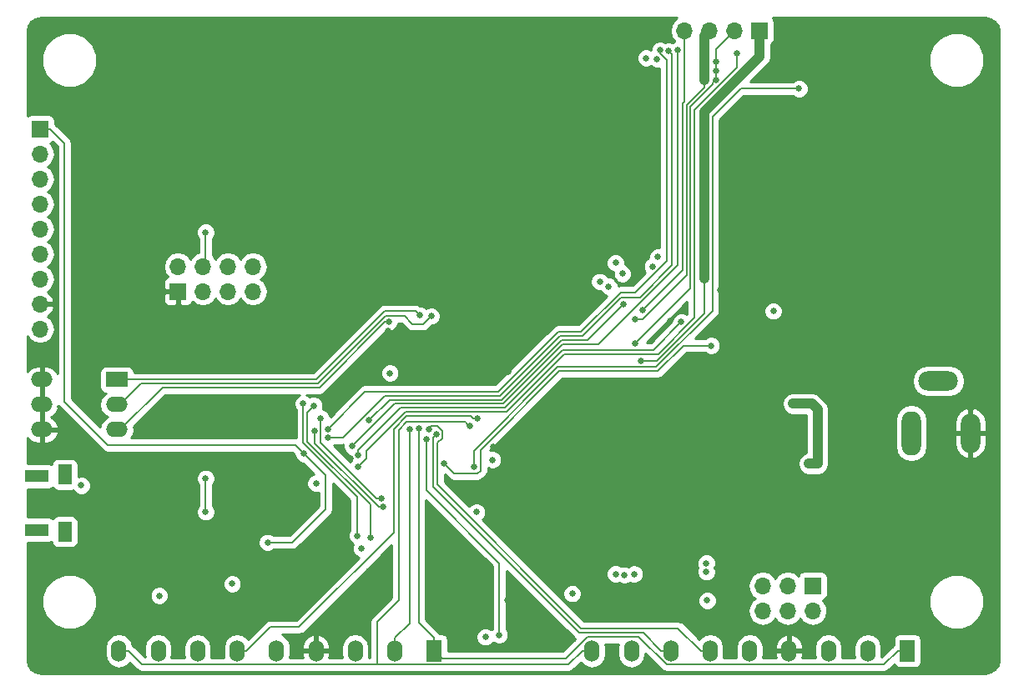
<source format=gbl>
G04 #@! TF.GenerationSoftware,KiCad,Pcbnew,(2017-08-04 revision 7bf9f8e1c)-master*
G04 #@! TF.CreationDate,2019-03-18T20:52:30+01:00*
G04 #@! TF.ProjectId,pcb_ledtorus_controller,7063625F6C6564746F7275735F636F6E,rev?*
G04 #@! TF.SameCoordinates,Original*
G04 #@! TF.FileFunction,Copper,L4,Bot,Signal*
G04 #@! TF.FilePolarity,Positive*
%FSLAX46Y46*%
G04 Gerber Fmt 4.6, Leading zero omitted, Abs format (unit mm)*
G04 Created by KiCad (PCBNEW (2017-08-04 revision 7bf9f8e1c)-master) date Mon Mar 18 20:52:30 2019*
%MOMM*%
%LPD*%
G01*
G04 APERTURE LIST*
%ADD10O,1.998980X4.500880*%
%ADD11O,1.998980X4.000500*%
%ADD12O,4.000500X1.998980*%
%ADD13R,1.524000X2.199640*%
%ADD14O,1.524000X2.199640*%
%ADD15O,2.199640X1.524000*%
%ADD16R,2.199640X1.524000*%
%ADD17R,2.451100X1.300480*%
%ADD18R,1.399540X1.998980*%
%ADD19R,1.700000X1.700000*%
%ADD20O,1.700000X1.700000*%
%ADD21C,0.635000*%
%ADD22C,0.203200*%
%ADD23C,1.016000*%
%ADD24C,0.200000*%
%ADD25C,0.254000*%
G04 APERTURE END LIST*
D10*
X140399060Y-124900000D03*
D11*
X146401080Y-124900000D03*
D12*
X143149880Y-119599020D03*
D13*
X92000000Y-147000000D03*
D14*
X88000000Y-147000000D03*
X84000000Y-147000000D03*
X80000000Y-147000000D03*
X76000000Y-147000000D03*
X72000000Y-147000000D03*
X68000000Y-147000000D03*
X64000000Y-147000000D03*
X60000000Y-147000000D03*
D13*
X140000000Y-147000000D03*
D14*
X136000000Y-147000000D03*
X132000000Y-147000000D03*
X128000000Y-147000000D03*
X124000000Y-147000000D03*
X120000000Y-147000000D03*
X116000000Y-147000000D03*
X112000000Y-147000000D03*
X108000000Y-147000000D03*
D15*
X52190000Y-124540000D03*
X59810000Y-124540000D03*
X52190000Y-122000000D03*
X59810000Y-122000000D03*
X52190000Y-119460000D03*
D16*
X59810000Y-119460000D03*
D17*
X51649860Y-134725420D03*
X51649860Y-129274580D03*
D18*
X54530220Y-134900680D03*
X54530220Y-129099320D03*
D19*
X125000000Y-84000000D03*
D20*
X122460000Y-84000000D03*
X119920000Y-84000000D03*
X117380000Y-84000000D03*
D19*
X66000000Y-110500000D03*
D20*
X66000000Y-107960000D03*
X68540000Y-110500000D03*
X68540000Y-107960000D03*
X71080000Y-110500000D03*
X71080000Y-107960000D03*
X73620000Y-110500000D03*
X73620000Y-107960000D03*
D19*
X52000000Y-94000000D03*
D20*
X52000000Y-96540000D03*
X52000000Y-99080000D03*
X52000000Y-101620000D03*
X52000000Y-104160000D03*
X52000000Y-106700000D03*
X52000000Y-109240000D03*
X52000000Y-111780000D03*
X52000000Y-114320000D03*
D19*
X130400000Y-140400000D03*
D20*
X130400000Y-142940000D03*
X127860000Y-140400000D03*
X127860000Y-142940000D03*
X125320000Y-140400000D03*
X125320000Y-142940000D03*
D21*
X129500000Y-101500000D03*
X127500000Y-101500000D03*
X125500000Y-101500000D03*
X123500000Y-101500000D03*
X121500000Y-101500000D03*
X129500000Y-99500000D03*
X127500000Y-99500000D03*
X125500000Y-99500000D03*
X123500000Y-99500000D03*
X121500000Y-99500000D03*
X129500000Y-97500000D03*
X127500000Y-97500000D03*
X125500000Y-97500000D03*
X123500000Y-97500000D03*
X121500000Y-97500000D03*
X129500000Y-95500000D03*
X127500000Y-95500000D03*
X125500000Y-95500000D03*
X123500000Y-95500000D03*
X121500000Y-95500000D03*
X108500000Y-100500000D03*
X110500000Y-100500000D03*
X112500000Y-100500000D03*
X114500000Y-100500000D03*
X108500000Y-98500000D03*
X110500000Y-98500000D03*
X112500000Y-98500000D03*
X114500000Y-98500000D03*
X108500000Y-96500000D03*
X110500000Y-96500000D03*
X112500000Y-96500000D03*
X114500000Y-96500000D03*
X108500000Y-94500000D03*
X110500000Y-94500000D03*
X112500000Y-94500000D03*
X114500000Y-94500000D03*
X68800000Y-129500000D03*
X68800000Y-132900000D03*
X103900000Y-102100000D03*
X103000000Y-102800000D03*
X127000000Y-89000000D03*
X127100000Y-88100000D03*
X113500000Y-89800000D03*
X113300000Y-88800000D03*
X111700000Y-90300000D03*
X132000000Y-89700000D03*
X126500000Y-106100000D03*
X126700000Y-104800000D03*
X115900000Y-113500000D03*
X106000000Y-133299998D03*
X108800000Y-133200000D03*
X117200000Y-135000000D03*
X117500000Y-135800000D03*
X116300000Y-134900000D03*
X108800000Y-141800000D03*
X86200000Y-117500000D03*
X85400000Y-138900000D03*
X87000000Y-138700000D03*
X127100000Y-107600000D03*
X125500000Y-110800000D03*
X121000000Y-110400000D03*
X99400000Y-141900000D03*
X106100000Y-119600000D03*
X105600000Y-123000000D03*
X106100000Y-113300000D03*
X98600000Y-113300000D03*
X99700000Y-115800000D03*
X99500000Y-118700000D03*
X84500000Y-118300000D03*
X87300000Y-114500000D03*
X98000000Y-126300000D03*
X99100000Y-130400000D03*
X74000000Y-139000000D03*
X59000000Y-133600000D03*
X65300000Y-134200000D03*
X65200000Y-125000000D03*
X76627562Y-124952518D03*
X77000000Y-132100000D03*
X79000000Y-132000000D03*
X83531400Y-127464341D03*
X113500000Y-105800000D03*
X113600000Y-106700000D03*
X128700000Y-133400000D03*
X127900000Y-133400000D03*
X127100000Y-133400000D03*
X126300000Y-133400000D03*
X128700000Y-132600000D03*
X127900000Y-132600000D03*
X127100000Y-132600000D03*
X126300000Y-132600000D03*
X127650000Y-125400000D03*
X127650000Y-124400000D03*
X128650000Y-125400000D03*
X128650000Y-124400000D03*
X75100000Y-136000000D03*
X78800000Y-127000000D03*
X87500000Y-118800000D03*
X97900000Y-127600000D03*
X96300000Y-132900000D03*
X71500000Y-140200000D03*
X64100000Y-141400000D03*
X80000000Y-130000000D03*
X84600000Y-136600000D03*
X97200000Y-145600000D03*
X106000000Y-141200000D03*
X111300000Y-139300000D03*
X112300000Y-139200002D03*
X110400000Y-139200000D03*
X119700000Y-141900000D03*
X114153028Y-107966891D03*
X114600000Y-86900000D03*
X113500000Y-86800000D03*
X114700000Y-107000000D03*
X111100000Y-108700000D03*
X109700000Y-110000000D03*
X110400000Y-107600000D03*
X108800000Y-109500000D03*
X126400000Y-112500000D03*
X130000000Y-128000000D03*
X130900000Y-128000000D03*
X128400000Y-121900000D03*
X87400000Y-113619110D03*
X91700000Y-113000000D03*
X91200000Y-125500000D03*
X95601418Y-124204773D03*
X96400000Y-123400000D03*
X91438200Y-124495462D03*
X92200000Y-125000000D03*
X119600000Y-139000000D03*
X119600000Y-138100000D03*
X90500000Y-112900000D03*
X113003043Y-117571279D03*
X119400000Y-107400000D03*
X119400000Y-108300000D03*
X119400000Y-109200000D03*
X112400010Y-115800000D03*
X120600000Y-87200000D03*
X120600000Y-89000010D03*
X120600000Y-88100012D03*
X112400008Y-113300000D03*
X119400000Y-87199992D03*
X119400000Y-89000000D03*
X119400000Y-88100000D03*
X113100000Y-112400000D03*
X68800000Y-104500000D03*
X79800000Y-122100000D03*
X85499998Y-135500000D03*
X84200000Y-135300000D03*
X78700000Y-121900000D03*
X86600000Y-131500000D03*
X80500000Y-123400000D03*
X79867801Y-124636873D03*
X86800000Y-132400000D03*
X56200000Y-130200000D03*
X98600000Y-145400000D03*
X111200000Y-111800000D03*
X85400000Y-123600000D03*
X84300000Y-128300000D03*
X122700000Y-86300000D03*
X114900000Y-86000000D03*
X81186584Y-124496508D03*
X96000000Y-128300000D03*
X129000000Y-89900000D03*
X120100000Y-116000000D03*
X93000000Y-128000000D03*
X90431530Y-124394374D03*
X89500000Y-124500000D03*
X84300000Y-127100000D03*
X117077690Y-113620712D03*
X83702595Y-126206686D03*
X116700000Y-86000000D03*
X115800000Y-86100000D03*
X81195033Y-125334670D03*
D22*
X68800000Y-132900000D02*
X68800000Y-129500000D01*
X127700000Y-124450000D02*
X127700000Y-125349994D01*
X127700000Y-125349994D02*
X127699994Y-125350000D01*
X128600000Y-125350000D02*
X127699994Y-125350000D01*
X128600000Y-124450000D02*
X128600000Y-125350000D01*
X52000000Y-94000000D02*
X53053200Y-94000000D01*
X53053200Y-94000000D02*
X54500000Y-95446800D01*
X54500000Y-95446800D02*
X54500000Y-121700000D01*
X58900000Y-126100000D02*
X77900000Y-126100000D01*
X54500000Y-121700000D02*
X58900000Y-126100000D01*
X77900000Y-126100000D02*
X78800000Y-127000000D01*
X81000000Y-132600000D02*
X77600000Y-136000000D01*
X77600000Y-136000000D02*
X75100000Y-136000000D01*
X81000000Y-129200000D02*
X81000000Y-132600000D01*
X78800000Y-127000000D02*
X81000000Y-129200000D01*
D23*
X130900000Y-128000000D02*
X130000000Y-128000000D01*
X130900000Y-122500000D02*
X130900000Y-128000000D01*
X130300000Y-121900000D02*
X130900000Y-122500000D01*
X128400000Y-121900000D02*
X130300000Y-121900000D01*
D22*
X64421400Y-120266420D02*
X80374032Y-120266420D01*
X60147820Y-124540000D02*
X64421400Y-120266420D01*
X59810000Y-124540000D02*
X60147820Y-124540000D01*
X87021342Y-113619110D02*
X87400000Y-113619110D01*
X80374032Y-120266420D02*
X87021342Y-113619110D01*
X60147820Y-122000000D02*
X62284610Y-119863210D01*
X90900000Y-113800000D02*
X91382501Y-113317499D01*
X89000000Y-113000000D02*
X89800000Y-113800000D01*
X87070226Y-113000000D02*
X89000000Y-113000000D01*
X89800000Y-113800000D02*
X90900000Y-113800000D01*
X80207016Y-119863210D02*
X87070226Y-113000000D01*
X62284610Y-119863210D02*
X80207016Y-119863210D01*
X59810000Y-122000000D02*
X60147820Y-122000000D01*
X91382501Y-113317499D02*
X91700000Y-113000000D01*
X91200000Y-130700000D02*
X98600000Y-138100000D01*
X98600000Y-138100000D02*
X98600000Y-145400000D01*
X91200000Y-125500000D02*
X91200000Y-130700000D01*
X88400000Y-124578992D02*
X89207704Y-123771288D01*
X95167933Y-123771288D02*
X95283919Y-123887274D01*
X88400000Y-141900000D02*
X88400000Y-124578992D01*
X89207704Y-123771288D02*
X95167933Y-123771288D01*
X95283919Y-123887274D02*
X95601418Y-124204773D01*
X86200000Y-148404621D02*
X86200000Y-144100000D01*
X86200000Y-144100000D02*
X88400000Y-141900000D01*
X86200000Y-148404621D02*
X105630179Y-148404621D01*
X86200000Y-148404621D02*
X62369821Y-148404621D01*
X107034800Y-147000000D02*
X108000000Y-147000000D01*
X89221740Y-123182501D02*
X95733489Y-123182501D01*
X87900000Y-135000000D02*
X87900000Y-124504241D01*
X72000000Y-147000000D02*
X72965200Y-147000000D01*
X95733489Y-123182501D02*
X95950988Y-123400000D01*
X95950988Y-123400000D02*
X96400000Y-123400000D01*
X78293589Y-144606411D02*
X87900000Y-135000000D01*
X87900000Y-124504241D02*
X89221740Y-123182501D01*
X72965200Y-147000000D02*
X75358789Y-144606411D01*
X75358789Y-144606411D02*
X78293589Y-144606411D01*
X91755699Y-124177963D02*
X91438200Y-124495462D01*
X92322301Y-125898705D02*
X92822301Y-125398705D01*
X92822301Y-125398705D02*
X92822301Y-124701295D01*
X92822301Y-124701295D02*
X92298969Y-124177963D01*
X92298969Y-124177963D02*
X91755699Y-124177963D01*
X92322301Y-130122301D02*
X92322301Y-125898705D01*
X106900000Y-144700000D02*
X92322301Y-130122301D01*
X116734800Y-144700000D02*
X106900000Y-144700000D01*
X119034800Y-147000000D02*
X116734800Y-144700000D01*
X120000000Y-147000000D02*
X119034800Y-147000000D01*
X91882501Y-125317499D02*
X92200000Y-125000000D01*
X106688959Y-145188959D02*
X91882501Y-130382501D01*
X91882501Y-130382501D02*
X91882501Y-125317499D01*
X113223759Y-145188959D02*
X106688959Y-145188959D01*
X115034800Y-147000000D02*
X113223759Y-145188959D01*
X116000000Y-147000000D02*
X115034800Y-147000000D01*
X88000000Y-147000000D02*
X88000000Y-145696980D01*
X89500000Y-144196980D02*
X89500000Y-124500000D01*
X88000000Y-145696980D02*
X89500000Y-144196980D01*
X59810000Y-119460000D02*
X80040000Y-119460000D01*
X80040000Y-119460000D02*
X87000000Y-112500000D01*
X87000000Y-112500000D02*
X90100000Y-112500000D01*
X90100000Y-112500000D02*
X90182501Y-112582501D01*
X90182501Y-112582501D02*
X90500000Y-112900000D01*
D24*
X114581482Y-117571279D02*
X113003043Y-117571279D01*
X119400000Y-112752761D02*
X114581482Y-117571279D01*
X119400000Y-109200000D02*
X119400000Y-112752761D01*
D23*
X119400000Y-92249488D02*
X119400000Y-105700000D01*
X125000000Y-86649488D02*
X119400000Y-92249488D01*
X125000000Y-84000000D02*
X125000000Y-86649488D01*
X119400000Y-105700000D02*
X119400000Y-107400000D01*
X119400000Y-105700000D02*
X119400000Y-108300000D01*
X119400000Y-109200000D02*
X119400000Y-105700000D01*
D24*
X120600000Y-89000010D02*
X120282501Y-89317509D01*
X117995189Y-110204821D02*
X112400010Y-115800000D01*
X117995189Y-91732322D02*
X117995189Y-110204821D01*
X120282501Y-89445010D02*
X117995189Y-91732322D01*
X120282501Y-89317509D02*
X120282501Y-89445010D01*
X120600000Y-85800000D02*
X120660000Y-85800000D01*
X120660000Y-85800000D02*
X122460000Y-84000000D01*
X120600000Y-85800000D02*
X120600000Y-89000010D01*
X113149012Y-113300000D02*
X112400008Y-113300000D01*
X117591978Y-91565307D02*
X117591978Y-108857034D01*
X119400000Y-89000000D02*
X119400000Y-89757285D01*
X119400000Y-89757285D02*
X117591978Y-91565307D01*
X117591978Y-108857034D02*
X113149012Y-113300000D01*
D23*
X119400000Y-86200012D02*
X119400000Y-84520000D01*
X119400000Y-84520000D02*
X119920000Y-84000000D01*
X119400000Y-88100000D02*
X119400000Y-87199992D01*
X119400000Y-86200012D02*
X119400000Y-87199992D01*
X119400000Y-86200012D02*
X119400000Y-89000000D01*
D24*
X117188767Y-108311233D02*
X113100000Y-112400000D01*
X117380000Y-84000000D02*
X117380000Y-91207059D01*
X117188767Y-91398292D02*
X117188767Y-108311233D01*
X117380000Y-91207059D02*
X117188767Y-91398292D01*
D22*
X68800000Y-104500000D02*
X68800000Y-107700000D01*
X68800000Y-107700000D02*
X68540000Y-107960000D01*
X85499998Y-132125248D02*
X85499998Y-135500000D01*
X79106411Y-125731661D02*
X85499998Y-132125248D01*
X79800000Y-122100000D02*
X79106411Y-122793589D01*
X79106411Y-122793589D02*
X79106411Y-125731661D01*
X78700000Y-125900000D02*
X84200000Y-131400000D01*
X84200000Y-131400000D02*
X84200000Y-135300000D01*
X78700000Y-121900000D02*
X78700000Y-125900000D01*
X86150988Y-131500000D02*
X86600000Y-131500000D01*
X80500000Y-125849012D02*
X86150988Y-131500000D01*
X80500000Y-123400000D02*
X80500000Y-125849012D01*
X79867801Y-125916813D02*
X79867801Y-124636873D01*
X86800000Y-132400000D02*
X86350988Y-132400000D01*
X86350988Y-132400000D02*
X79867801Y-125916813D01*
X87487178Y-121512822D02*
X98836680Y-121512822D01*
X107563319Y-115436681D02*
X111200000Y-111800000D01*
X98836680Y-121512822D02*
X104912820Y-115436681D01*
X85400000Y-123600000D02*
X87487178Y-121512822D01*
X104912820Y-115436681D02*
X107563319Y-115436681D01*
X85117499Y-127482501D02*
X84300000Y-128300000D01*
X89091541Y-122732055D02*
X85117499Y-126706097D01*
X114730272Y-116850000D02*
X105223754Y-116850000D01*
X85117499Y-126706097D02*
X85117499Y-127482501D01*
X118400000Y-113180272D02*
X114730272Y-116850000D01*
X99341700Y-122732055D02*
X89091541Y-122732055D01*
X118400000Y-92100000D02*
X118400000Y-113180272D01*
X122700000Y-87800000D02*
X118400000Y-92100000D01*
X122700000Y-86300000D02*
X122700000Y-87800000D01*
X105223754Y-116850000D02*
X99341700Y-122732055D01*
X114900000Y-86278994D02*
X115600000Y-86978994D01*
X115600000Y-107400000D02*
X112400000Y-110600000D01*
X112400000Y-110600000D02*
X110900000Y-110600000D01*
X114900000Y-86000000D02*
X114900000Y-86278994D01*
X110900000Y-110600000D02*
X106900000Y-114600000D01*
X84983092Y-120700000D02*
X81186584Y-124496508D01*
X115600000Y-86978994D02*
X115600000Y-107400000D01*
X106900000Y-114600000D02*
X104600000Y-114600000D01*
X104600000Y-114600000D02*
X98500000Y-120700000D01*
X98500000Y-120700000D02*
X84983092Y-120700000D01*
X114531661Y-118193589D02*
X120225250Y-112500000D01*
X123100000Y-89900000D02*
X120225250Y-92774750D01*
X120225250Y-92774750D02*
X120225250Y-112500000D01*
X129000000Y-89900000D02*
X123100000Y-89900000D01*
X104531660Y-118193589D02*
X114531661Y-118193589D01*
X96000000Y-128300000D02*
X96000000Y-126725250D01*
X96000000Y-126725250D02*
X104531660Y-118193589D01*
X93000000Y-128000000D02*
X94006411Y-129006411D01*
X94006411Y-129006411D02*
X96393589Y-129006411D01*
X96393589Y-129006411D02*
X96700000Y-128700000D01*
X96700000Y-128700000D02*
X96700000Y-126600000D01*
X96700000Y-126600000D02*
X104700000Y-118600000D01*
X104700000Y-118600000D02*
X114700000Y-118600000D01*
X117300000Y-116000000D02*
X120100000Y-116000000D01*
X114700000Y-118600000D02*
X117300000Y-116000000D01*
X60965200Y-147000000D02*
X60000000Y-147000000D01*
X60965200Y-147000000D02*
X62369821Y-148404621D01*
X105630179Y-148404621D02*
X107034800Y-147000000D01*
X92000000Y-147000000D02*
X92800000Y-147800000D01*
X137630170Y-148404630D02*
X139034800Y-147000000D01*
X92800000Y-147800000D02*
X105353483Y-147800000D01*
X105353483Y-147800000D02*
X107558113Y-145595370D01*
X115558113Y-148404630D02*
X137630170Y-148404630D01*
X107558113Y-145595370D02*
X112748853Y-145595370D01*
X112748853Y-145595370D02*
X115558113Y-148404630D01*
X139034800Y-147000000D02*
X140000000Y-147000000D01*
X90431530Y-144128510D02*
X90431530Y-124394374D01*
X92000000Y-145696980D02*
X90431530Y-144128510D01*
X92000000Y-147000000D02*
X92000000Y-145696980D01*
X88625344Y-122325644D02*
X84300000Y-126650988D01*
X114254813Y-116443589D02*
X105055414Y-116443589D01*
X84300000Y-126650988D02*
X84300000Y-127100000D01*
X117077690Y-113620712D02*
X114254813Y-116443589D01*
X105055414Y-116443589D02*
X99173360Y-122325644D01*
X99173360Y-122325644D02*
X88625344Y-122325644D01*
X105019231Y-115905021D02*
X99005020Y-121919233D01*
X116700000Y-107849502D02*
X108644481Y-115905021D01*
X116700000Y-86000000D02*
X116700000Y-107849502D01*
X99005020Y-121919233D02*
X87990048Y-121919233D01*
X87990048Y-121919233D02*
X83702595Y-126206686D01*
X108644481Y-115905021D02*
X105019231Y-115905021D01*
X116117499Y-107857252D02*
X116117499Y-86417499D01*
X116117499Y-86417499D02*
X115800000Y-86100000D01*
X110968341Y-111106409D02*
X112868342Y-111106409D01*
X112868342Y-111106409D02*
X116117499Y-107857252D01*
X107068340Y-115006411D02*
X110968341Y-111106409D01*
X98668340Y-121106411D02*
X104768339Y-115006411D01*
X104768339Y-115006411D02*
X107068340Y-115006411D01*
X86968340Y-121106411D02*
X98668340Y-121106411D01*
X82740081Y-125334670D02*
X86968340Y-121106411D01*
X81195033Y-125334670D02*
X82740081Y-125334670D01*
D25*
G36*
X148488338Y-82821046D02*
X148902333Y-83097669D01*
X149178953Y-83511660D01*
X149290000Y-84069931D01*
X149290000Y-147930069D01*
X149178953Y-148488340D01*
X148902333Y-148902331D01*
X148488338Y-149178954D01*
X147930069Y-149290000D01*
X52069931Y-149290000D01*
X51511660Y-149178953D01*
X51097669Y-148902333D01*
X50821046Y-148488338D01*
X50710000Y-147930069D01*
X50710000Y-142551540D01*
X52214518Y-142551540D01*
X52637616Y-143575515D01*
X53420365Y-144359631D01*
X54443599Y-144784515D01*
X55551540Y-144785482D01*
X56575515Y-144362384D01*
X57359631Y-143579635D01*
X57784515Y-142556401D01*
X57785359Y-141588633D01*
X63147335Y-141588633D01*
X63292039Y-141938843D01*
X63559747Y-142207020D01*
X63909705Y-142352335D01*
X64288633Y-142352665D01*
X64638843Y-142207961D01*
X64907020Y-141940253D01*
X65052335Y-141590295D01*
X65052665Y-141211367D01*
X64907961Y-140861157D01*
X64640253Y-140592980D01*
X64290295Y-140447665D01*
X63911367Y-140447335D01*
X63561157Y-140592039D01*
X63292980Y-140859747D01*
X63147665Y-141209705D01*
X63147335Y-141588633D01*
X57785359Y-141588633D01*
X57785482Y-141448460D01*
X57362384Y-140424485D01*
X57326595Y-140388633D01*
X70547335Y-140388633D01*
X70692039Y-140738843D01*
X70959747Y-141007020D01*
X71309705Y-141152335D01*
X71688633Y-141152665D01*
X72038843Y-141007961D01*
X72307020Y-140740253D01*
X72452335Y-140390295D01*
X72452665Y-140011367D01*
X72307961Y-139661157D01*
X72040253Y-139392980D01*
X71690295Y-139247665D01*
X71311367Y-139247335D01*
X70961157Y-139392039D01*
X70692980Y-139659747D01*
X70547665Y-140009705D01*
X70547335Y-140388633D01*
X57326595Y-140388633D01*
X56579635Y-139640369D01*
X55556401Y-139215485D01*
X54448460Y-139214518D01*
X53424485Y-139637616D01*
X52640369Y-140420365D01*
X52215485Y-141443599D01*
X52214518Y-142551540D01*
X50710000Y-142551540D01*
X50710000Y-136023100D01*
X52875410Y-136023100D01*
X53123175Y-135973817D01*
X53188921Y-135929887D01*
X53232293Y-136147935D01*
X53372641Y-136357979D01*
X53582685Y-136498327D01*
X53830450Y-136547610D01*
X55229990Y-136547610D01*
X55477755Y-136498327D01*
X55687799Y-136357979D01*
X55828147Y-136147935D01*
X55877430Y-135900170D01*
X55877430Y-133901190D01*
X55828147Y-133653425D01*
X55687799Y-133443381D01*
X55477755Y-133303033D01*
X55229990Y-133253750D01*
X53830450Y-133253750D01*
X53582685Y-133303033D01*
X53372641Y-133443381D01*
X53280100Y-133581878D01*
X53123175Y-133477023D01*
X52875410Y-133427740D01*
X50710000Y-133427740D01*
X50710000Y-130572260D01*
X52875410Y-130572260D01*
X53123175Y-130522977D01*
X53280100Y-130418122D01*
X53372641Y-130556619D01*
X53582685Y-130696967D01*
X53830450Y-130746250D01*
X55229990Y-130746250D01*
X55382560Y-130715902D01*
X55392039Y-130738843D01*
X55659747Y-131007020D01*
X56009705Y-131152335D01*
X56388633Y-131152665D01*
X56738843Y-131007961D01*
X57007020Y-130740253D01*
X57152335Y-130390295D01*
X57152665Y-130011367D01*
X57019314Y-129688633D01*
X67847335Y-129688633D01*
X67992039Y-130038843D01*
X68063400Y-130110329D01*
X68063400Y-132289450D01*
X67992980Y-132359747D01*
X67847665Y-132709705D01*
X67847335Y-133088633D01*
X67992039Y-133438843D01*
X68259747Y-133707020D01*
X68609705Y-133852335D01*
X68988633Y-133852665D01*
X69338843Y-133707961D01*
X69607020Y-133440253D01*
X69752335Y-133090295D01*
X69752665Y-132711367D01*
X69607961Y-132361157D01*
X69536600Y-132289671D01*
X69536600Y-130110550D01*
X69607020Y-130040253D01*
X69752335Y-129690295D01*
X69752665Y-129311367D01*
X69607961Y-128961157D01*
X69340253Y-128692980D01*
X68990295Y-128547665D01*
X68611367Y-128547335D01*
X68261157Y-128692039D01*
X67992980Y-128959747D01*
X67847665Y-129309705D01*
X67847335Y-129688633D01*
X57019314Y-129688633D01*
X57007961Y-129661157D01*
X56740253Y-129392980D01*
X56390295Y-129247665D01*
X56011367Y-129247335D01*
X55877430Y-129302677D01*
X55877430Y-128099830D01*
X55828147Y-127852065D01*
X55687799Y-127642021D01*
X55477755Y-127501673D01*
X55229990Y-127452390D01*
X53830450Y-127452390D01*
X53582685Y-127501673D01*
X53372641Y-127642021D01*
X53232293Y-127852065D01*
X53188921Y-128070113D01*
X53123175Y-128026183D01*
X52875410Y-127976900D01*
X50710000Y-127976900D01*
X50710000Y-125319414D01*
X50774550Y-125438026D01*
X51200239Y-125782059D01*
X51725180Y-125937000D01*
X52063000Y-125937000D01*
X52063000Y-124667000D01*
X52317000Y-124667000D01*
X52317000Y-125937000D01*
X52654820Y-125937000D01*
X53179761Y-125782059D01*
X53605450Y-125438026D01*
X53867080Y-124957277D01*
X53882040Y-124883070D01*
X53759540Y-124667000D01*
X52317000Y-124667000D01*
X52063000Y-124667000D01*
X52043000Y-124667000D01*
X52043000Y-124413000D01*
X52063000Y-124413000D01*
X52063000Y-122127000D01*
X52043000Y-122127000D01*
X52043000Y-121873000D01*
X52063000Y-121873000D01*
X52063000Y-119587000D01*
X52043000Y-119587000D01*
X52043000Y-119333000D01*
X52063000Y-119333000D01*
X52063000Y-118063000D01*
X51725180Y-118063000D01*
X51200239Y-118217941D01*
X50774550Y-118561974D01*
X50710000Y-118680586D01*
X50710000Y-115054489D01*
X50920853Y-115370054D01*
X51402622Y-115691961D01*
X51970907Y-115805000D01*
X52029093Y-115805000D01*
X52597378Y-115691961D01*
X53079147Y-115370054D01*
X53401054Y-114888285D01*
X53514093Y-114320000D01*
X53401054Y-113751715D01*
X53079147Y-113269946D01*
X52738447Y-113042298D01*
X52881358Y-112975183D01*
X53271645Y-112546924D01*
X53441476Y-112136890D01*
X53320155Y-111907000D01*
X52127000Y-111907000D01*
X52127000Y-111927000D01*
X51873000Y-111927000D01*
X51873000Y-111907000D01*
X51853000Y-111907000D01*
X51853000Y-111653000D01*
X51873000Y-111653000D01*
X51873000Y-111633000D01*
X52127000Y-111633000D01*
X52127000Y-111653000D01*
X53320155Y-111653000D01*
X53441476Y-111423110D01*
X53271645Y-111013076D01*
X52881358Y-110584817D01*
X52738447Y-110517702D01*
X53079147Y-110290054D01*
X53401054Y-109808285D01*
X53514093Y-109240000D01*
X53401054Y-108671715D01*
X53079147Y-108189946D01*
X52749974Y-107970000D01*
X53079147Y-107750054D01*
X53401054Y-107268285D01*
X53514093Y-106700000D01*
X53401054Y-106131715D01*
X53079147Y-105649946D01*
X52749974Y-105430000D01*
X53079147Y-105210054D01*
X53401054Y-104728285D01*
X53514093Y-104160000D01*
X53401054Y-103591715D01*
X53079147Y-103109946D01*
X52749974Y-102890000D01*
X53079147Y-102670054D01*
X53401054Y-102188285D01*
X53514093Y-101620000D01*
X53401054Y-101051715D01*
X53079147Y-100569946D01*
X52749974Y-100350000D01*
X53079147Y-100130054D01*
X53401054Y-99648285D01*
X53514093Y-99080000D01*
X53401054Y-98511715D01*
X53079147Y-98029946D01*
X52749974Y-97810000D01*
X53079147Y-97590054D01*
X53401054Y-97108285D01*
X53514093Y-96540000D01*
X53401054Y-95971715D01*
X53079147Y-95489946D01*
X53035223Y-95460597D01*
X53097765Y-95448157D01*
X53307809Y-95307809D01*
X53312411Y-95300921D01*
X53763400Y-95751910D01*
X53763400Y-118852209D01*
X53605450Y-118561974D01*
X53179761Y-118217941D01*
X52654820Y-118063000D01*
X52317000Y-118063000D01*
X52317000Y-119333000D01*
X52337000Y-119333000D01*
X52337000Y-119587000D01*
X52317000Y-119587000D01*
X52317000Y-121873000D01*
X52337000Y-121873000D01*
X52337000Y-122127000D01*
X52317000Y-122127000D01*
X52317000Y-124413000D01*
X53759540Y-124413000D01*
X53882040Y-124196930D01*
X53867080Y-124122723D01*
X53605450Y-123641974D01*
X53179761Y-123297941D01*
X53085097Y-123270000D01*
X53179761Y-123242059D01*
X53605450Y-122898026D01*
X53867080Y-122417277D01*
X53882040Y-122343070D01*
X53759541Y-122127002D01*
X53916434Y-122127002D01*
X53979145Y-122220855D01*
X58379145Y-126620855D01*
X58618115Y-126780530D01*
X58900000Y-126836600D01*
X77594890Y-126836600D01*
X77847422Y-127089132D01*
X77847335Y-127188633D01*
X77992039Y-127538843D01*
X78259747Y-127807020D01*
X78609705Y-127952335D01*
X78710713Y-127952423D01*
X79807304Y-129049014D01*
X79461157Y-129192039D01*
X79192980Y-129459747D01*
X79047665Y-129809705D01*
X79047335Y-130188633D01*
X79192039Y-130538843D01*
X79459747Y-130807020D01*
X79809705Y-130952335D01*
X80188633Y-130952665D01*
X80263400Y-130921772D01*
X80263400Y-132294890D01*
X77294890Y-135263400D01*
X75710550Y-135263400D01*
X75640253Y-135192980D01*
X75290295Y-135047665D01*
X74911367Y-135047335D01*
X74561157Y-135192039D01*
X74292980Y-135459747D01*
X74147665Y-135809705D01*
X74147335Y-136188633D01*
X74292039Y-136538843D01*
X74559747Y-136807020D01*
X74909705Y-136952335D01*
X75288633Y-136952665D01*
X75638843Y-136807961D01*
X75710329Y-136736600D01*
X77600000Y-136736600D01*
X77881885Y-136680530D01*
X78120855Y-136520855D01*
X81520855Y-133120855D01*
X81680530Y-132881885D01*
X81736600Y-132600000D01*
X81736600Y-129978310D01*
X83463400Y-131705110D01*
X83463400Y-134689450D01*
X83392980Y-134759747D01*
X83247665Y-135109705D01*
X83247335Y-135488633D01*
X83392039Y-135838843D01*
X83659747Y-136107020D01*
X83756644Y-136147255D01*
X83647665Y-136409705D01*
X83647335Y-136788633D01*
X83792039Y-137138843D01*
X84059747Y-137407020D01*
X84336396Y-137521894D01*
X77988479Y-143869811D01*
X75358789Y-143869811D01*
X75076904Y-143925881D01*
X74837934Y-144085556D01*
X73106108Y-145817382D01*
X72987828Y-145640365D01*
X72534609Y-145337533D01*
X72000000Y-145231193D01*
X71465391Y-145337533D01*
X71012172Y-145640365D01*
X70709340Y-146093584D01*
X70603000Y-146628193D01*
X70603000Y-147371807D01*
X70661920Y-147668021D01*
X69338080Y-147668021D01*
X69397000Y-147371807D01*
X69397000Y-146628193D01*
X69290660Y-146093584D01*
X68987828Y-145640365D01*
X68534609Y-145337533D01*
X68000000Y-145231193D01*
X67465391Y-145337533D01*
X67012172Y-145640365D01*
X66709340Y-146093584D01*
X66603000Y-146628193D01*
X66603000Y-147371807D01*
X66661920Y-147668021D01*
X65338080Y-147668021D01*
X65397000Y-147371807D01*
X65397000Y-146628193D01*
X65290660Y-146093584D01*
X64987828Y-145640365D01*
X64534609Y-145337533D01*
X64000000Y-145231193D01*
X63465391Y-145337533D01*
X63012172Y-145640365D01*
X62709340Y-146093584D01*
X62603000Y-146628193D01*
X62603000Y-147371807D01*
X62658690Y-147651780D01*
X61486055Y-146479145D01*
X61349158Y-146387673D01*
X61290660Y-146093584D01*
X60987828Y-145640365D01*
X60534609Y-145337533D01*
X60000000Y-145231193D01*
X59465391Y-145337533D01*
X59012172Y-145640365D01*
X58709340Y-146093584D01*
X58603000Y-146628193D01*
X58603000Y-147371807D01*
X58709340Y-147906416D01*
X59012172Y-148359635D01*
X59465391Y-148662467D01*
X60000000Y-148768807D01*
X60534609Y-148662467D01*
X60987828Y-148359635D01*
X61106108Y-148182618D01*
X61848966Y-148925476D01*
X62087936Y-149085151D01*
X62369821Y-149141221D01*
X105630179Y-149141221D01*
X105912064Y-149085151D01*
X106151034Y-148925476D01*
X106893892Y-148182618D01*
X107012172Y-148359635D01*
X107465391Y-148662467D01*
X108000000Y-148768807D01*
X108534609Y-148662467D01*
X108987828Y-148359635D01*
X109290660Y-147906416D01*
X109397000Y-147371807D01*
X109397000Y-146628193D01*
X109338078Y-146331970D01*
X110661922Y-146331970D01*
X110603000Y-146628193D01*
X110603000Y-147371807D01*
X110709340Y-147906416D01*
X111012172Y-148359635D01*
X111465391Y-148662467D01*
X112000000Y-148768807D01*
X112534609Y-148662467D01*
X112987828Y-148359635D01*
X113290660Y-147906416D01*
X113397000Y-147371807D01*
X113397000Y-147285227D01*
X115037258Y-148925485D01*
X115276228Y-149085160D01*
X115558113Y-149141230D01*
X137630170Y-149141230D01*
X137912055Y-149085160D01*
X138151025Y-148925485D01*
X138675524Y-148400986D01*
X138780191Y-148557629D01*
X138990235Y-148697977D01*
X139238000Y-148747260D01*
X140762000Y-148747260D01*
X141009765Y-148697977D01*
X141219809Y-148557629D01*
X141360157Y-148347585D01*
X141409440Y-148099820D01*
X141409440Y-145900180D01*
X141360157Y-145652415D01*
X141219809Y-145442371D01*
X141009765Y-145302023D01*
X140762000Y-145252740D01*
X139238000Y-145252740D01*
X138990235Y-145302023D01*
X138780191Y-145442371D01*
X138639843Y-145652415D01*
X138590560Y-145900180D01*
X138590560Y-146427952D01*
X138582138Y-146433580D01*
X138513945Y-146479145D01*
X137341310Y-147651780D01*
X137397000Y-147371807D01*
X137397000Y-146628193D01*
X137290660Y-146093584D01*
X136987828Y-145640365D01*
X136534609Y-145337533D01*
X136000000Y-145231193D01*
X135465391Y-145337533D01*
X135012172Y-145640365D01*
X134709340Y-146093584D01*
X134603000Y-146628193D01*
X134603000Y-147371807D01*
X134661922Y-147668030D01*
X133338078Y-147668030D01*
X133397000Y-147371807D01*
X133397000Y-146628193D01*
X133290660Y-146093584D01*
X132987828Y-145640365D01*
X132534609Y-145337533D01*
X132000000Y-145231193D01*
X131465391Y-145337533D01*
X131012172Y-145640365D01*
X130709340Y-146093584D01*
X130603000Y-146628193D01*
X130603000Y-147371807D01*
X130661922Y-147668030D01*
X129337021Y-147668030D01*
X129397000Y-147464820D01*
X129397000Y-147127000D01*
X128127000Y-147127000D01*
X128127000Y-147147000D01*
X127873000Y-147147000D01*
X127873000Y-147127000D01*
X126603000Y-147127000D01*
X126603000Y-147464820D01*
X126662979Y-147668030D01*
X125338078Y-147668030D01*
X125397000Y-147371807D01*
X125397000Y-146628193D01*
X125378499Y-146535180D01*
X126603000Y-146535180D01*
X126603000Y-146873000D01*
X127873000Y-146873000D01*
X127873000Y-145430460D01*
X128127000Y-145430460D01*
X128127000Y-146873000D01*
X129397000Y-146873000D01*
X129397000Y-146535180D01*
X129242059Y-146010239D01*
X128898026Y-145584550D01*
X128417277Y-145322920D01*
X128343070Y-145307960D01*
X128127000Y-145430460D01*
X127873000Y-145430460D01*
X127656930Y-145307960D01*
X127582723Y-145322920D01*
X127101974Y-145584550D01*
X126757941Y-146010239D01*
X126603000Y-146535180D01*
X125378499Y-146535180D01*
X125290660Y-146093584D01*
X124987828Y-145640365D01*
X124534609Y-145337533D01*
X124000000Y-145231193D01*
X123465391Y-145337533D01*
X123012172Y-145640365D01*
X122709340Y-146093584D01*
X122603000Y-146628193D01*
X122603000Y-147371807D01*
X122661922Y-147668030D01*
X121338078Y-147668030D01*
X121397000Y-147371807D01*
X121397000Y-146628193D01*
X121290660Y-146093584D01*
X120987828Y-145640365D01*
X120534609Y-145337533D01*
X120000000Y-145231193D01*
X119465391Y-145337533D01*
X119012172Y-145640365D01*
X118893892Y-145817382D01*
X117255655Y-144179145D01*
X117016685Y-144019470D01*
X116734800Y-143963400D01*
X107205110Y-143963400D01*
X104630343Y-141388633D01*
X105047335Y-141388633D01*
X105192039Y-141738843D01*
X105459747Y-142007020D01*
X105809705Y-142152335D01*
X106188633Y-142152665D01*
X106343602Y-142088633D01*
X118747335Y-142088633D01*
X118892039Y-142438843D01*
X119159747Y-142707020D01*
X119509705Y-142852335D01*
X119888633Y-142852665D01*
X120238843Y-142707961D01*
X120507020Y-142440253D01*
X120652335Y-142090295D01*
X120652665Y-141711367D01*
X120507961Y-141361157D01*
X120240253Y-141092980D01*
X119890295Y-140947665D01*
X119511367Y-140947335D01*
X119161157Y-141092039D01*
X118892980Y-141359747D01*
X118747665Y-141709705D01*
X118747335Y-142088633D01*
X106343602Y-142088633D01*
X106538843Y-142007961D01*
X106807020Y-141740253D01*
X106952335Y-141390295D01*
X106952665Y-141011367D01*
X106807961Y-140661157D01*
X106540253Y-140392980D01*
X106487096Y-140370907D01*
X123835000Y-140370907D01*
X123835000Y-140429093D01*
X123948039Y-140997378D01*
X124269946Y-141479147D01*
X124555578Y-141670000D01*
X124269946Y-141860853D01*
X123948039Y-142342622D01*
X123835000Y-142910907D01*
X123835000Y-142969093D01*
X123948039Y-143537378D01*
X124269946Y-144019147D01*
X124751715Y-144341054D01*
X125320000Y-144454093D01*
X125888285Y-144341054D01*
X126370054Y-144019147D01*
X126590000Y-143689974D01*
X126809946Y-144019147D01*
X127291715Y-144341054D01*
X127860000Y-144454093D01*
X128428285Y-144341054D01*
X128910054Y-144019147D01*
X129130000Y-143689974D01*
X129349946Y-144019147D01*
X129831715Y-144341054D01*
X130400000Y-144454093D01*
X130968285Y-144341054D01*
X131450054Y-144019147D01*
X131771961Y-143537378D01*
X131885000Y-142969093D01*
X131885000Y-142910907D01*
X131813518Y-142551540D01*
X142214518Y-142551540D01*
X142637616Y-143575515D01*
X143420365Y-144359631D01*
X144443599Y-144784515D01*
X145551540Y-144785482D01*
X146575515Y-144362384D01*
X147359631Y-143579635D01*
X147784515Y-142556401D01*
X147785482Y-141448460D01*
X147362384Y-140424485D01*
X146579635Y-139640369D01*
X145556401Y-139215485D01*
X144448460Y-139214518D01*
X143424485Y-139637616D01*
X142640369Y-140420365D01*
X142215485Y-141443599D01*
X142214518Y-142551540D01*
X131813518Y-142551540D01*
X131771961Y-142342622D01*
X131450054Y-141860853D01*
X131446357Y-141858383D01*
X131497765Y-141848157D01*
X131707809Y-141707809D01*
X131848157Y-141497765D01*
X131897440Y-141250000D01*
X131897440Y-139550000D01*
X131848157Y-139302235D01*
X131707809Y-139092191D01*
X131497765Y-138951843D01*
X131250000Y-138902560D01*
X129550000Y-138902560D01*
X129302235Y-138951843D01*
X129092191Y-139092191D01*
X128951843Y-139302235D01*
X128939403Y-139364777D01*
X128910054Y-139320853D01*
X128428285Y-138998946D01*
X127860000Y-138885907D01*
X127291715Y-138998946D01*
X126809946Y-139320853D01*
X126590000Y-139650026D01*
X126370054Y-139320853D01*
X125888285Y-138998946D01*
X125320000Y-138885907D01*
X124751715Y-138998946D01*
X124269946Y-139320853D01*
X123948039Y-139802622D01*
X123835000Y-140370907D01*
X106487096Y-140370907D01*
X106190295Y-140247665D01*
X105811367Y-140247335D01*
X105461157Y-140392039D01*
X105192980Y-140659747D01*
X105047665Y-141009705D01*
X105047335Y-141388633D01*
X104630343Y-141388633D01*
X102630343Y-139388633D01*
X109447335Y-139388633D01*
X109592039Y-139738843D01*
X109859747Y-140007020D01*
X110209705Y-140152335D01*
X110588633Y-140152665D01*
X110742038Y-140089279D01*
X110759747Y-140107020D01*
X111109705Y-140252335D01*
X111488633Y-140252665D01*
X111838843Y-140107961D01*
X111887019Y-140059870D01*
X112109705Y-140152337D01*
X112488633Y-140152667D01*
X112838843Y-140007963D01*
X113107020Y-139740255D01*
X113252335Y-139390297D01*
X113252665Y-139011369D01*
X113107961Y-138661159D01*
X112840253Y-138392982D01*
X112588953Y-138288633D01*
X118647335Y-138288633D01*
X118755417Y-138550210D01*
X118647665Y-138809705D01*
X118647335Y-139188633D01*
X118792039Y-139538843D01*
X119059747Y-139807020D01*
X119409705Y-139952335D01*
X119788633Y-139952665D01*
X120138843Y-139807961D01*
X120407020Y-139540253D01*
X120552335Y-139190295D01*
X120552665Y-138811367D01*
X120444583Y-138549790D01*
X120552335Y-138290295D01*
X120552665Y-137911367D01*
X120407961Y-137561157D01*
X120140253Y-137292980D01*
X119790295Y-137147665D01*
X119411367Y-137147335D01*
X119061157Y-137292039D01*
X118792980Y-137559747D01*
X118647665Y-137909705D01*
X118647335Y-138288633D01*
X112588953Y-138288633D01*
X112490295Y-138247667D01*
X112111367Y-138247337D01*
X111761157Y-138392041D01*
X111712981Y-138440132D01*
X111490295Y-138347665D01*
X111111367Y-138347335D01*
X110957962Y-138410721D01*
X110940253Y-138392980D01*
X110590295Y-138247665D01*
X110211367Y-138247335D01*
X109861157Y-138392039D01*
X109592980Y-138659747D01*
X109447665Y-139009705D01*
X109447335Y-139388633D01*
X102630343Y-139388633D01*
X96894305Y-133652595D01*
X97107020Y-133440253D01*
X97252335Y-133090295D01*
X97252665Y-132711367D01*
X97107961Y-132361157D01*
X96840253Y-132092980D01*
X96490295Y-131947665D01*
X96111367Y-131947335D01*
X95761157Y-132092039D01*
X95547266Y-132305556D01*
X93058901Y-129817191D01*
X93058901Y-129100611D01*
X93485556Y-129527266D01*
X93724526Y-129686941D01*
X94006411Y-129743011D01*
X96393589Y-129743011D01*
X96675474Y-129686941D01*
X96914444Y-129527266D01*
X97220855Y-129220855D01*
X97234790Y-129200000D01*
X97380530Y-128981885D01*
X97436600Y-128700000D01*
X97436600Y-128438932D01*
X97709705Y-128552335D01*
X98088633Y-128552665D01*
X98438843Y-128407961D01*
X98707020Y-128140253D01*
X98852335Y-127790295D01*
X98852665Y-127411367D01*
X98707961Y-127061157D01*
X98440253Y-126792980D01*
X98090295Y-126647665D01*
X97711367Y-126647335D01*
X97682410Y-126659300D01*
X102441710Y-121900000D01*
X127257000Y-121900000D01*
X127344006Y-122337407D01*
X127591777Y-122708223D01*
X127962593Y-122955994D01*
X128400000Y-123043000D01*
X129757000Y-123043000D01*
X129757000Y-126905336D01*
X129562593Y-126944006D01*
X129191777Y-127191777D01*
X128944006Y-127562593D01*
X128857000Y-128000000D01*
X128944006Y-128437407D01*
X129191777Y-128808223D01*
X129562593Y-129055994D01*
X130000000Y-129143000D01*
X130900000Y-129143000D01*
X131337407Y-129055994D01*
X131708223Y-128808223D01*
X131955994Y-128437407D01*
X132043000Y-128000000D01*
X132043000Y-123592521D01*
X138764570Y-123592521D01*
X138764570Y-126207479D01*
X138888988Y-126832971D01*
X139243301Y-127363238D01*
X139773568Y-127717551D01*
X140399060Y-127841969D01*
X141024552Y-127717551D01*
X141554819Y-127363238D01*
X141909132Y-126832971D01*
X142033550Y-126207479D01*
X142033550Y-125027000D01*
X144766590Y-125027000D01*
X144766590Y-126027760D01*
X144939609Y-126643585D01*
X145335124Y-127146322D01*
X145892921Y-127459433D01*
X146020726Y-127490379D01*
X146274080Y-127371025D01*
X146274080Y-125027000D01*
X146528080Y-125027000D01*
X146528080Y-127371025D01*
X146781434Y-127490379D01*
X146909239Y-127459433D01*
X147467036Y-127146322D01*
X147862551Y-126643585D01*
X148035570Y-126027760D01*
X148035570Y-125027000D01*
X146528080Y-125027000D01*
X146274080Y-125027000D01*
X144766590Y-125027000D01*
X142033550Y-125027000D01*
X142033550Y-123772240D01*
X144766590Y-123772240D01*
X144766590Y-124773000D01*
X146274080Y-124773000D01*
X146274080Y-122428975D01*
X146528080Y-122428975D01*
X146528080Y-124773000D01*
X148035570Y-124773000D01*
X148035570Y-123772240D01*
X147862551Y-123156415D01*
X147467036Y-122653678D01*
X146909239Y-122340567D01*
X146781434Y-122309621D01*
X146528080Y-122428975D01*
X146274080Y-122428975D01*
X146020726Y-122309621D01*
X145892921Y-122340567D01*
X145335124Y-122653678D01*
X144939609Y-123156415D01*
X144766590Y-123772240D01*
X142033550Y-123772240D01*
X142033550Y-123592521D01*
X141909132Y-122967029D01*
X141554819Y-122436762D01*
X141024552Y-122082449D01*
X140399060Y-121958031D01*
X139773568Y-122082449D01*
X139243301Y-122436762D01*
X138888988Y-122967029D01*
X138764570Y-123592521D01*
X132043000Y-123592521D01*
X132043000Y-122500000D01*
X131955994Y-122062593D01*
X131708223Y-121691777D01*
X131108223Y-121091777D01*
X130737407Y-120844006D01*
X130300000Y-120757000D01*
X128400000Y-120757000D01*
X127962593Y-120844006D01*
X127591777Y-121091777D01*
X127344006Y-121462593D01*
X127257000Y-121900000D01*
X102441710Y-121900000D01*
X104742690Y-119599020D01*
X140463002Y-119599020D01*
X140587420Y-120224512D01*
X140941733Y-120754779D01*
X141472000Y-121109092D01*
X142097492Y-121233510D01*
X144202268Y-121233510D01*
X144827760Y-121109092D01*
X145358027Y-120754779D01*
X145712340Y-120224512D01*
X145836758Y-119599020D01*
X145712340Y-118973528D01*
X145358027Y-118443261D01*
X144827760Y-118088948D01*
X144202268Y-117964530D01*
X142097492Y-117964530D01*
X141472000Y-118088948D01*
X140941733Y-118443261D01*
X140587420Y-118973528D01*
X140463002Y-119599020D01*
X104742690Y-119599020D01*
X105005110Y-119336600D01*
X114700000Y-119336600D01*
X114981885Y-119280530D01*
X115220855Y-119120855D01*
X117605110Y-116736600D01*
X119489450Y-116736600D01*
X119559747Y-116807020D01*
X119909705Y-116952335D01*
X120288633Y-116952665D01*
X120638843Y-116807961D01*
X120907020Y-116540253D01*
X121052335Y-116190295D01*
X121052665Y-115811367D01*
X120907961Y-115461157D01*
X120640253Y-115192980D01*
X120290295Y-115047665D01*
X119911367Y-115047335D01*
X119561157Y-115192039D01*
X119489671Y-115263400D01*
X118503560Y-115263400D01*
X120746105Y-113020855D01*
X120794759Y-112948039D01*
X120905780Y-112781885D01*
X120924328Y-112688633D01*
X125447335Y-112688633D01*
X125592039Y-113038843D01*
X125859747Y-113307020D01*
X126209705Y-113452335D01*
X126588633Y-113452665D01*
X126938843Y-113307961D01*
X127207020Y-113040253D01*
X127352335Y-112690295D01*
X127352665Y-112311367D01*
X127207961Y-111961157D01*
X126940253Y-111692980D01*
X126590295Y-111547665D01*
X126211367Y-111547335D01*
X125861157Y-111692039D01*
X125592980Y-111959747D01*
X125447665Y-112309705D01*
X125447335Y-112688633D01*
X120924328Y-112688633D01*
X120961850Y-112500000D01*
X120961850Y-93079860D01*
X123405110Y-90636600D01*
X128389450Y-90636600D01*
X128459747Y-90707020D01*
X128809705Y-90852335D01*
X129188633Y-90852665D01*
X129538843Y-90707961D01*
X129807020Y-90440253D01*
X129952335Y-90090295D01*
X129952665Y-89711367D01*
X129807961Y-89361157D01*
X129540253Y-89092980D01*
X129190295Y-88947665D01*
X128811367Y-88947335D01*
X128461157Y-89092039D01*
X128389671Y-89163400D01*
X124102534Y-89163400D01*
X125714394Y-87551540D01*
X142214518Y-87551540D01*
X142637616Y-88575515D01*
X143420365Y-89359631D01*
X144443599Y-89784515D01*
X145551540Y-89785482D01*
X146575515Y-89362384D01*
X147359631Y-88579635D01*
X147784515Y-87556401D01*
X147785482Y-86448460D01*
X147362384Y-85424485D01*
X146579635Y-84640369D01*
X145556401Y-84215485D01*
X144448460Y-84214518D01*
X143424485Y-84637616D01*
X142640369Y-85420365D01*
X142215485Y-86443599D01*
X142214518Y-87551540D01*
X125714394Y-87551540D01*
X125808223Y-87457711D01*
X126055994Y-87086895D01*
X126143000Y-86649488D01*
X126143000Y-85417932D01*
X126307809Y-85307809D01*
X126448157Y-85097765D01*
X126497440Y-84850000D01*
X126497440Y-83150000D01*
X126448157Y-82902235D01*
X126319709Y-82710000D01*
X147930069Y-82710000D01*
X148488338Y-82821046D01*
X148488338Y-82821046D01*
G37*
X148488338Y-82821046D02*
X148902333Y-83097669D01*
X149178953Y-83511660D01*
X149290000Y-84069931D01*
X149290000Y-147930069D01*
X149178953Y-148488340D01*
X148902333Y-148902331D01*
X148488338Y-149178954D01*
X147930069Y-149290000D01*
X52069931Y-149290000D01*
X51511660Y-149178953D01*
X51097669Y-148902333D01*
X50821046Y-148488338D01*
X50710000Y-147930069D01*
X50710000Y-142551540D01*
X52214518Y-142551540D01*
X52637616Y-143575515D01*
X53420365Y-144359631D01*
X54443599Y-144784515D01*
X55551540Y-144785482D01*
X56575515Y-144362384D01*
X57359631Y-143579635D01*
X57784515Y-142556401D01*
X57785359Y-141588633D01*
X63147335Y-141588633D01*
X63292039Y-141938843D01*
X63559747Y-142207020D01*
X63909705Y-142352335D01*
X64288633Y-142352665D01*
X64638843Y-142207961D01*
X64907020Y-141940253D01*
X65052335Y-141590295D01*
X65052665Y-141211367D01*
X64907961Y-140861157D01*
X64640253Y-140592980D01*
X64290295Y-140447665D01*
X63911367Y-140447335D01*
X63561157Y-140592039D01*
X63292980Y-140859747D01*
X63147665Y-141209705D01*
X63147335Y-141588633D01*
X57785359Y-141588633D01*
X57785482Y-141448460D01*
X57362384Y-140424485D01*
X57326595Y-140388633D01*
X70547335Y-140388633D01*
X70692039Y-140738843D01*
X70959747Y-141007020D01*
X71309705Y-141152335D01*
X71688633Y-141152665D01*
X72038843Y-141007961D01*
X72307020Y-140740253D01*
X72452335Y-140390295D01*
X72452665Y-140011367D01*
X72307961Y-139661157D01*
X72040253Y-139392980D01*
X71690295Y-139247665D01*
X71311367Y-139247335D01*
X70961157Y-139392039D01*
X70692980Y-139659747D01*
X70547665Y-140009705D01*
X70547335Y-140388633D01*
X57326595Y-140388633D01*
X56579635Y-139640369D01*
X55556401Y-139215485D01*
X54448460Y-139214518D01*
X53424485Y-139637616D01*
X52640369Y-140420365D01*
X52215485Y-141443599D01*
X52214518Y-142551540D01*
X50710000Y-142551540D01*
X50710000Y-136023100D01*
X52875410Y-136023100D01*
X53123175Y-135973817D01*
X53188921Y-135929887D01*
X53232293Y-136147935D01*
X53372641Y-136357979D01*
X53582685Y-136498327D01*
X53830450Y-136547610D01*
X55229990Y-136547610D01*
X55477755Y-136498327D01*
X55687799Y-136357979D01*
X55828147Y-136147935D01*
X55877430Y-135900170D01*
X55877430Y-133901190D01*
X55828147Y-133653425D01*
X55687799Y-133443381D01*
X55477755Y-133303033D01*
X55229990Y-133253750D01*
X53830450Y-133253750D01*
X53582685Y-133303033D01*
X53372641Y-133443381D01*
X53280100Y-133581878D01*
X53123175Y-133477023D01*
X52875410Y-133427740D01*
X50710000Y-133427740D01*
X50710000Y-130572260D01*
X52875410Y-130572260D01*
X53123175Y-130522977D01*
X53280100Y-130418122D01*
X53372641Y-130556619D01*
X53582685Y-130696967D01*
X53830450Y-130746250D01*
X55229990Y-130746250D01*
X55382560Y-130715902D01*
X55392039Y-130738843D01*
X55659747Y-131007020D01*
X56009705Y-131152335D01*
X56388633Y-131152665D01*
X56738843Y-131007961D01*
X57007020Y-130740253D01*
X57152335Y-130390295D01*
X57152665Y-130011367D01*
X57019314Y-129688633D01*
X67847335Y-129688633D01*
X67992039Y-130038843D01*
X68063400Y-130110329D01*
X68063400Y-132289450D01*
X67992980Y-132359747D01*
X67847665Y-132709705D01*
X67847335Y-133088633D01*
X67992039Y-133438843D01*
X68259747Y-133707020D01*
X68609705Y-133852335D01*
X68988633Y-133852665D01*
X69338843Y-133707961D01*
X69607020Y-133440253D01*
X69752335Y-133090295D01*
X69752665Y-132711367D01*
X69607961Y-132361157D01*
X69536600Y-132289671D01*
X69536600Y-130110550D01*
X69607020Y-130040253D01*
X69752335Y-129690295D01*
X69752665Y-129311367D01*
X69607961Y-128961157D01*
X69340253Y-128692980D01*
X68990295Y-128547665D01*
X68611367Y-128547335D01*
X68261157Y-128692039D01*
X67992980Y-128959747D01*
X67847665Y-129309705D01*
X67847335Y-129688633D01*
X57019314Y-129688633D01*
X57007961Y-129661157D01*
X56740253Y-129392980D01*
X56390295Y-129247665D01*
X56011367Y-129247335D01*
X55877430Y-129302677D01*
X55877430Y-128099830D01*
X55828147Y-127852065D01*
X55687799Y-127642021D01*
X55477755Y-127501673D01*
X55229990Y-127452390D01*
X53830450Y-127452390D01*
X53582685Y-127501673D01*
X53372641Y-127642021D01*
X53232293Y-127852065D01*
X53188921Y-128070113D01*
X53123175Y-128026183D01*
X52875410Y-127976900D01*
X50710000Y-127976900D01*
X50710000Y-125319414D01*
X50774550Y-125438026D01*
X51200239Y-125782059D01*
X51725180Y-125937000D01*
X52063000Y-125937000D01*
X52063000Y-124667000D01*
X52317000Y-124667000D01*
X52317000Y-125937000D01*
X52654820Y-125937000D01*
X53179761Y-125782059D01*
X53605450Y-125438026D01*
X53867080Y-124957277D01*
X53882040Y-124883070D01*
X53759540Y-124667000D01*
X52317000Y-124667000D01*
X52063000Y-124667000D01*
X52043000Y-124667000D01*
X52043000Y-124413000D01*
X52063000Y-124413000D01*
X52063000Y-122127000D01*
X52043000Y-122127000D01*
X52043000Y-121873000D01*
X52063000Y-121873000D01*
X52063000Y-119587000D01*
X52043000Y-119587000D01*
X52043000Y-119333000D01*
X52063000Y-119333000D01*
X52063000Y-118063000D01*
X51725180Y-118063000D01*
X51200239Y-118217941D01*
X50774550Y-118561974D01*
X50710000Y-118680586D01*
X50710000Y-115054489D01*
X50920853Y-115370054D01*
X51402622Y-115691961D01*
X51970907Y-115805000D01*
X52029093Y-115805000D01*
X52597378Y-115691961D01*
X53079147Y-115370054D01*
X53401054Y-114888285D01*
X53514093Y-114320000D01*
X53401054Y-113751715D01*
X53079147Y-113269946D01*
X52738447Y-113042298D01*
X52881358Y-112975183D01*
X53271645Y-112546924D01*
X53441476Y-112136890D01*
X53320155Y-111907000D01*
X52127000Y-111907000D01*
X52127000Y-111927000D01*
X51873000Y-111927000D01*
X51873000Y-111907000D01*
X51853000Y-111907000D01*
X51853000Y-111653000D01*
X51873000Y-111653000D01*
X51873000Y-111633000D01*
X52127000Y-111633000D01*
X52127000Y-111653000D01*
X53320155Y-111653000D01*
X53441476Y-111423110D01*
X53271645Y-111013076D01*
X52881358Y-110584817D01*
X52738447Y-110517702D01*
X53079147Y-110290054D01*
X53401054Y-109808285D01*
X53514093Y-109240000D01*
X53401054Y-108671715D01*
X53079147Y-108189946D01*
X52749974Y-107970000D01*
X53079147Y-107750054D01*
X53401054Y-107268285D01*
X53514093Y-106700000D01*
X53401054Y-106131715D01*
X53079147Y-105649946D01*
X52749974Y-105430000D01*
X53079147Y-105210054D01*
X53401054Y-104728285D01*
X53514093Y-104160000D01*
X53401054Y-103591715D01*
X53079147Y-103109946D01*
X52749974Y-102890000D01*
X53079147Y-102670054D01*
X53401054Y-102188285D01*
X53514093Y-101620000D01*
X53401054Y-101051715D01*
X53079147Y-100569946D01*
X52749974Y-100350000D01*
X53079147Y-100130054D01*
X53401054Y-99648285D01*
X53514093Y-99080000D01*
X53401054Y-98511715D01*
X53079147Y-98029946D01*
X52749974Y-97810000D01*
X53079147Y-97590054D01*
X53401054Y-97108285D01*
X53514093Y-96540000D01*
X53401054Y-95971715D01*
X53079147Y-95489946D01*
X53035223Y-95460597D01*
X53097765Y-95448157D01*
X53307809Y-95307809D01*
X53312411Y-95300921D01*
X53763400Y-95751910D01*
X53763400Y-118852209D01*
X53605450Y-118561974D01*
X53179761Y-118217941D01*
X52654820Y-118063000D01*
X52317000Y-118063000D01*
X52317000Y-119333000D01*
X52337000Y-119333000D01*
X52337000Y-119587000D01*
X52317000Y-119587000D01*
X52317000Y-121873000D01*
X52337000Y-121873000D01*
X52337000Y-122127000D01*
X52317000Y-122127000D01*
X52317000Y-124413000D01*
X53759540Y-124413000D01*
X53882040Y-124196930D01*
X53867080Y-124122723D01*
X53605450Y-123641974D01*
X53179761Y-123297941D01*
X53085097Y-123270000D01*
X53179761Y-123242059D01*
X53605450Y-122898026D01*
X53867080Y-122417277D01*
X53882040Y-122343070D01*
X53759541Y-122127002D01*
X53916434Y-122127002D01*
X53979145Y-122220855D01*
X58379145Y-126620855D01*
X58618115Y-126780530D01*
X58900000Y-126836600D01*
X77594890Y-126836600D01*
X77847422Y-127089132D01*
X77847335Y-127188633D01*
X77992039Y-127538843D01*
X78259747Y-127807020D01*
X78609705Y-127952335D01*
X78710713Y-127952423D01*
X79807304Y-129049014D01*
X79461157Y-129192039D01*
X79192980Y-129459747D01*
X79047665Y-129809705D01*
X79047335Y-130188633D01*
X79192039Y-130538843D01*
X79459747Y-130807020D01*
X79809705Y-130952335D01*
X80188633Y-130952665D01*
X80263400Y-130921772D01*
X80263400Y-132294890D01*
X77294890Y-135263400D01*
X75710550Y-135263400D01*
X75640253Y-135192980D01*
X75290295Y-135047665D01*
X74911367Y-135047335D01*
X74561157Y-135192039D01*
X74292980Y-135459747D01*
X74147665Y-135809705D01*
X74147335Y-136188633D01*
X74292039Y-136538843D01*
X74559747Y-136807020D01*
X74909705Y-136952335D01*
X75288633Y-136952665D01*
X75638843Y-136807961D01*
X75710329Y-136736600D01*
X77600000Y-136736600D01*
X77881885Y-136680530D01*
X78120855Y-136520855D01*
X81520855Y-133120855D01*
X81680530Y-132881885D01*
X81736600Y-132600000D01*
X81736600Y-129978310D01*
X83463400Y-131705110D01*
X83463400Y-134689450D01*
X83392980Y-134759747D01*
X83247665Y-135109705D01*
X83247335Y-135488633D01*
X83392039Y-135838843D01*
X83659747Y-136107020D01*
X83756644Y-136147255D01*
X83647665Y-136409705D01*
X83647335Y-136788633D01*
X83792039Y-137138843D01*
X84059747Y-137407020D01*
X84336396Y-137521894D01*
X77988479Y-143869811D01*
X75358789Y-143869811D01*
X75076904Y-143925881D01*
X74837934Y-144085556D01*
X73106108Y-145817382D01*
X72987828Y-145640365D01*
X72534609Y-145337533D01*
X72000000Y-145231193D01*
X71465391Y-145337533D01*
X71012172Y-145640365D01*
X70709340Y-146093584D01*
X70603000Y-146628193D01*
X70603000Y-147371807D01*
X70661920Y-147668021D01*
X69338080Y-147668021D01*
X69397000Y-147371807D01*
X69397000Y-146628193D01*
X69290660Y-146093584D01*
X68987828Y-145640365D01*
X68534609Y-145337533D01*
X68000000Y-145231193D01*
X67465391Y-145337533D01*
X67012172Y-145640365D01*
X66709340Y-146093584D01*
X66603000Y-146628193D01*
X66603000Y-147371807D01*
X66661920Y-147668021D01*
X65338080Y-147668021D01*
X65397000Y-147371807D01*
X65397000Y-146628193D01*
X65290660Y-146093584D01*
X64987828Y-145640365D01*
X64534609Y-145337533D01*
X64000000Y-145231193D01*
X63465391Y-145337533D01*
X63012172Y-145640365D01*
X62709340Y-146093584D01*
X62603000Y-146628193D01*
X62603000Y-147371807D01*
X62658690Y-147651780D01*
X61486055Y-146479145D01*
X61349158Y-146387673D01*
X61290660Y-146093584D01*
X60987828Y-145640365D01*
X60534609Y-145337533D01*
X60000000Y-145231193D01*
X59465391Y-145337533D01*
X59012172Y-145640365D01*
X58709340Y-146093584D01*
X58603000Y-146628193D01*
X58603000Y-147371807D01*
X58709340Y-147906416D01*
X59012172Y-148359635D01*
X59465391Y-148662467D01*
X60000000Y-148768807D01*
X60534609Y-148662467D01*
X60987828Y-148359635D01*
X61106108Y-148182618D01*
X61848966Y-148925476D01*
X62087936Y-149085151D01*
X62369821Y-149141221D01*
X105630179Y-149141221D01*
X105912064Y-149085151D01*
X106151034Y-148925476D01*
X106893892Y-148182618D01*
X107012172Y-148359635D01*
X107465391Y-148662467D01*
X108000000Y-148768807D01*
X108534609Y-148662467D01*
X108987828Y-148359635D01*
X109290660Y-147906416D01*
X109397000Y-147371807D01*
X109397000Y-146628193D01*
X109338078Y-146331970D01*
X110661922Y-146331970D01*
X110603000Y-146628193D01*
X110603000Y-147371807D01*
X110709340Y-147906416D01*
X111012172Y-148359635D01*
X111465391Y-148662467D01*
X112000000Y-148768807D01*
X112534609Y-148662467D01*
X112987828Y-148359635D01*
X113290660Y-147906416D01*
X113397000Y-147371807D01*
X113397000Y-147285227D01*
X115037258Y-148925485D01*
X115276228Y-149085160D01*
X115558113Y-149141230D01*
X137630170Y-149141230D01*
X137912055Y-149085160D01*
X138151025Y-148925485D01*
X138675524Y-148400986D01*
X138780191Y-148557629D01*
X138990235Y-148697977D01*
X139238000Y-148747260D01*
X140762000Y-148747260D01*
X141009765Y-148697977D01*
X141219809Y-148557629D01*
X141360157Y-148347585D01*
X141409440Y-148099820D01*
X141409440Y-145900180D01*
X141360157Y-145652415D01*
X141219809Y-145442371D01*
X141009765Y-145302023D01*
X140762000Y-145252740D01*
X139238000Y-145252740D01*
X138990235Y-145302023D01*
X138780191Y-145442371D01*
X138639843Y-145652415D01*
X138590560Y-145900180D01*
X138590560Y-146427952D01*
X138582138Y-146433580D01*
X138513945Y-146479145D01*
X137341310Y-147651780D01*
X137397000Y-147371807D01*
X137397000Y-146628193D01*
X137290660Y-146093584D01*
X136987828Y-145640365D01*
X136534609Y-145337533D01*
X136000000Y-145231193D01*
X135465391Y-145337533D01*
X135012172Y-145640365D01*
X134709340Y-146093584D01*
X134603000Y-146628193D01*
X134603000Y-147371807D01*
X134661922Y-147668030D01*
X133338078Y-147668030D01*
X133397000Y-147371807D01*
X133397000Y-146628193D01*
X133290660Y-146093584D01*
X132987828Y-145640365D01*
X132534609Y-145337533D01*
X132000000Y-145231193D01*
X131465391Y-145337533D01*
X131012172Y-145640365D01*
X130709340Y-146093584D01*
X130603000Y-146628193D01*
X130603000Y-147371807D01*
X130661922Y-147668030D01*
X129337021Y-147668030D01*
X129397000Y-147464820D01*
X129397000Y-147127000D01*
X128127000Y-147127000D01*
X128127000Y-147147000D01*
X127873000Y-147147000D01*
X127873000Y-147127000D01*
X126603000Y-147127000D01*
X126603000Y-147464820D01*
X126662979Y-147668030D01*
X125338078Y-147668030D01*
X125397000Y-147371807D01*
X125397000Y-146628193D01*
X125378499Y-146535180D01*
X126603000Y-146535180D01*
X126603000Y-146873000D01*
X127873000Y-146873000D01*
X127873000Y-145430460D01*
X128127000Y-145430460D01*
X128127000Y-146873000D01*
X129397000Y-146873000D01*
X129397000Y-146535180D01*
X129242059Y-146010239D01*
X128898026Y-145584550D01*
X128417277Y-145322920D01*
X128343070Y-145307960D01*
X128127000Y-145430460D01*
X127873000Y-145430460D01*
X127656930Y-145307960D01*
X127582723Y-145322920D01*
X127101974Y-145584550D01*
X126757941Y-146010239D01*
X126603000Y-146535180D01*
X125378499Y-146535180D01*
X125290660Y-146093584D01*
X124987828Y-145640365D01*
X124534609Y-145337533D01*
X124000000Y-145231193D01*
X123465391Y-145337533D01*
X123012172Y-145640365D01*
X122709340Y-146093584D01*
X122603000Y-146628193D01*
X122603000Y-147371807D01*
X122661922Y-147668030D01*
X121338078Y-147668030D01*
X121397000Y-147371807D01*
X121397000Y-146628193D01*
X121290660Y-146093584D01*
X120987828Y-145640365D01*
X120534609Y-145337533D01*
X120000000Y-145231193D01*
X119465391Y-145337533D01*
X119012172Y-145640365D01*
X118893892Y-145817382D01*
X117255655Y-144179145D01*
X117016685Y-144019470D01*
X116734800Y-143963400D01*
X107205110Y-143963400D01*
X104630343Y-141388633D01*
X105047335Y-141388633D01*
X105192039Y-141738843D01*
X105459747Y-142007020D01*
X105809705Y-142152335D01*
X106188633Y-142152665D01*
X106343602Y-142088633D01*
X118747335Y-142088633D01*
X118892039Y-142438843D01*
X119159747Y-142707020D01*
X119509705Y-142852335D01*
X119888633Y-142852665D01*
X120238843Y-142707961D01*
X120507020Y-142440253D01*
X120652335Y-142090295D01*
X120652665Y-141711367D01*
X120507961Y-141361157D01*
X120240253Y-141092980D01*
X119890295Y-140947665D01*
X119511367Y-140947335D01*
X119161157Y-141092039D01*
X118892980Y-141359747D01*
X118747665Y-141709705D01*
X118747335Y-142088633D01*
X106343602Y-142088633D01*
X106538843Y-142007961D01*
X106807020Y-141740253D01*
X106952335Y-141390295D01*
X106952665Y-141011367D01*
X106807961Y-140661157D01*
X106540253Y-140392980D01*
X106487096Y-140370907D01*
X123835000Y-140370907D01*
X123835000Y-140429093D01*
X123948039Y-140997378D01*
X124269946Y-141479147D01*
X124555578Y-141670000D01*
X124269946Y-141860853D01*
X123948039Y-142342622D01*
X123835000Y-142910907D01*
X123835000Y-142969093D01*
X123948039Y-143537378D01*
X124269946Y-144019147D01*
X124751715Y-144341054D01*
X125320000Y-144454093D01*
X125888285Y-144341054D01*
X126370054Y-144019147D01*
X126590000Y-143689974D01*
X126809946Y-144019147D01*
X127291715Y-144341054D01*
X127860000Y-144454093D01*
X128428285Y-144341054D01*
X128910054Y-144019147D01*
X129130000Y-143689974D01*
X129349946Y-144019147D01*
X129831715Y-144341054D01*
X130400000Y-144454093D01*
X130968285Y-144341054D01*
X131450054Y-144019147D01*
X131771961Y-143537378D01*
X131885000Y-142969093D01*
X131885000Y-142910907D01*
X131813518Y-142551540D01*
X142214518Y-142551540D01*
X142637616Y-143575515D01*
X143420365Y-144359631D01*
X144443599Y-144784515D01*
X145551540Y-144785482D01*
X146575515Y-144362384D01*
X147359631Y-143579635D01*
X147784515Y-142556401D01*
X147785482Y-141448460D01*
X147362384Y-140424485D01*
X146579635Y-139640369D01*
X145556401Y-139215485D01*
X144448460Y-139214518D01*
X143424485Y-139637616D01*
X142640369Y-140420365D01*
X142215485Y-141443599D01*
X142214518Y-142551540D01*
X131813518Y-142551540D01*
X131771961Y-142342622D01*
X131450054Y-141860853D01*
X131446357Y-141858383D01*
X131497765Y-141848157D01*
X131707809Y-141707809D01*
X131848157Y-141497765D01*
X131897440Y-141250000D01*
X131897440Y-139550000D01*
X131848157Y-139302235D01*
X131707809Y-139092191D01*
X131497765Y-138951843D01*
X131250000Y-138902560D01*
X129550000Y-138902560D01*
X129302235Y-138951843D01*
X129092191Y-139092191D01*
X128951843Y-139302235D01*
X128939403Y-139364777D01*
X128910054Y-139320853D01*
X128428285Y-138998946D01*
X127860000Y-138885907D01*
X127291715Y-138998946D01*
X126809946Y-139320853D01*
X126590000Y-139650026D01*
X126370054Y-139320853D01*
X125888285Y-138998946D01*
X125320000Y-138885907D01*
X124751715Y-138998946D01*
X124269946Y-139320853D01*
X123948039Y-139802622D01*
X123835000Y-140370907D01*
X106487096Y-140370907D01*
X106190295Y-140247665D01*
X105811367Y-140247335D01*
X105461157Y-140392039D01*
X105192980Y-140659747D01*
X105047665Y-141009705D01*
X105047335Y-141388633D01*
X104630343Y-141388633D01*
X102630343Y-139388633D01*
X109447335Y-139388633D01*
X109592039Y-139738843D01*
X109859747Y-140007020D01*
X110209705Y-140152335D01*
X110588633Y-140152665D01*
X110742038Y-140089279D01*
X110759747Y-140107020D01*
X111109705Y-140252335D01*
X111488633Y-140252665D01*
X111838843Y-140107961D01*
X111887019Y-140059870D01*
X112109705Y-140152337D01*
X112488633Y-140152667D01*
X112838843Y-140007963D01*
X113107020Y-139740255D01*
X113252335Y-139390297D01*
X113252665Y-139011369D01*
X113107961Y-138661159D01*
X112840253Y-138392982D01*
X112588953Y-138288633D01*
X118647335Y-138288633D01*
X118755417Y-138550210D01*
X118647665Y-138809705D01*
X118647335Y-139188633D01*
X118792039Y-139538843D01*
X119059747Y-139807020D01*
X119409705Y-139952335D01*
X119788633Y-139952665D01*
X120138843Y-139807961D01*
X120407020Y-139540253D01*
X120552335Y-139190295D01*
X120552665Y-138811367D01*
X120444583Y-138549790D01*
X120552335Y-138290295D01*
X120552665Y-137911367D01*
X120407961Y-137561157D01*
X120140253Y-137292980D01*
X119790295Y-137147665D01*
X119411367Y-137147335D01*
X119061157Y-137292039D01*
X118792980Y-137559747D01*
X118647665Y-137909705D01*
X118647335Y-138288633D01*
X112588953Y-138288633D01*
X112490295Y-138247667D01*
X112111367Y-138247337D01*
X111761157Y-138392041D01*
X111712981Y-138440132D01*
X111490295Y-138347665D01*
X111111367Y-138347335D01*
X110957962Y-138410721D01*
X110940253Y-138392980D01*
X110590295Y-138247665D01*
X110211367Y-138247335D01*
X109861157Y-138392039D01*
X109592980Y-138659747D01*
X109447665Y-139009705D01*
X109447335Y-139388633D01*
X102630343Y-139388633D01*
X96894305Y-133652595D01*
X97107020Y-133440253D01*
X97252335Y-133090295D01*
X97252665Y-132711367D01*
X97107961Y-132361157D01*
X96840253Y-132092980D01*
X96490295Y-131947665D01*
X96111367Y-131947335D01*
X95761157Y-132092039D01*
X95547266Y-132305556D01*
X93058901Y-129817191D01*
X93058901Y-129100611D01*
X93485556Y-129527266D01*
X93724526Y-129686941D01*
X94006411Y-129743011D01*
X96393589Y-129743011D01*
X96675474Y-129686941D01*
X96914444Y-129527266D01*
X97220855Y-129220855D01*
X97234790Y-129200000D01*
X97380530Y-128981885D01*
X97436600Y-128700000D01*
X97436600Y-128438932D01*
X97709705Y-128552335D01*
X98088633Y-128552665D01*
X98438843Y-128407961D01*
X98707020Y-128140253D01*
X98852335Y-127790295D01*
X98852665Y-127411367D01*
X98707961Y-127061157D01*
X98440253Y-126792980D01*
X98090295Y-126647665D01*
X97711367Y-126647335D01*
X97682410Y-126659300D01*
X102441710Y-121900000D01*
X127257000Y-121900000D01*
X127344006Y-122337407D01*
X127591777Y-122708223D01*
X127962593Y-122955994D01*
X128400000Y-123043000D01*
X129757000Y-123043000D01*
X129757000Y-126905336D01*
X129562593Y-126944006D01*
X129191777Y-127191777D01*
X128944006Y-127562593D01*
X128857000Y-128000000D01*
X128944006Y-128437407D01*
X129191777Y-128808223D01*
X129562593Y-129055994D01*
X130000000Y-129143000D01*
X130900000Y-129143000D01*
X131337407Y-129055994D01*
X131708223Y-128808223D01*
X131955994Y-128437407D01*
X132043000Y-128000000D01*
X132043000Y-123592521D01*
X138764570Y-123592521D01*
X138764570Y-126207479D01*
X138888988Y-126832971D01*
X139243301Y-127363238D01*
X139773568Y-127717551D01*
X140399060Y-127841969D01*
X141024552Y-127717551D01*
X141554819Y-127363238D01*
X141909132Y-126832971D01*
X142033550Y-126207479D01*
X142033550Y-125027000D01*
X144766590Y-125027000D01*
X144766590Y-126027760D01*
X144939609Y-126643585D01*
X145335124Y-127146322D01*
X145892921Y-127459433D01*
X146020726Y-127490379D01*
X146274080Y-127371025D01*
X146274080Y-125027000D01*
X146528080Y-125027000D01*
X146528080Y-127371025D01*
X146781434Y-127490379D01*
X146909239Y-127459433D01*
X147467036Y-127146322D01*
X147862551Y-126643585D01*
X148035570Y-126027760D01*
X148035570Y-125027000D01*
X146528080Y-125027000D01*
X146274080Y-125027000D01*
X144766590Y-125027000D01*
X142033550Y-125027000D01*
X142033550Y-123772240D01*
X144766590Y-123772240D01*
X144766590Y-124773000D01*
X146274080Y-124773000D01*
X146274080Y-122428975D01*
X146528080Y-122428975D01*
X146528080Y-124773000D01*
X148035570Y-124773000D01*
X148035570Y-123772240D01*
X147862551Y-123156415D01*
X147467036Y-122653678D01*
X146909239Y-122340567D01*
X146781434Y-122309621D01*
X146528080Y-122428975D01*
X146274080Y-122428975D01*
X146020726Y-122309621D01*
X145892921Y-122340567D01*
X145335124Y-122653678D01*
X144939609Y-123156415D01*
X144766590Y-123772240D01*
X142033550Y-123772240D01*
X142033550Y-123592521D01*
X141909132Y-122967029D01*
X141554819Y-122436762D01*
X141024552Y-122082449D01*
X140399060Y-121958031D01*
X139773568Y-122082449D01*
X139243301Y-122436762D01*
X138888988Y-122967029D01*
X138764570Y-123592521D01*
X132043000Y-123592521D01*
X132043000Y-122500000D01*
X131955994Y-122062593D01*
X131708223Y-121691777D01*
X131108223Y-121091777D01*
X130737407Y-120844006D01*
X130300000Y-120757000D01*
X128400000Y-120757000D01*
X127962593Y-120844006D01*
X127591777Y-121091777D01*
X127344006Y-121462593D01*
X127257000Y-121900000D01*
X102441710Y-121900000D01*
X104742690Y-119599020D01*
X140463002Y-119599020D01*
X140587420Y-120224512D01*
X140941733Y-120754779D01*
X141472000Y-121109092D01*
X142097492Y-121233510D01*
X144202268Y-121233510D01*
X144827760Y-121109092D01*
X145358027Y-120754779D01*
X145712340Y-120224512D01*
X145836758Y-119599020D01*
X145712340Y-118973528D01*
X145358027Y-118443261D01*
X144827760Y-118088948D01*
X144202268Y-117964530D01*
X142097492Y-117964530D01*
X141472000Y-118088948D01*
X140941733Y-118443261D01*
X140587420Y-118973528D01*
X140463002Y-119599020D01*
X104742690Y-119599020D01*
X105005110Y-119336600D01*
X114700000Y-119336600D01*
X114981885Y-119280530D01*
X115220855Y-119120855D01*
X117605110Y-116736600D01*
X119489450Y-116736600D01*
X119559747Y-116807020D01*
X119909705Y-116952335D01*
X120288633Y-116952665D01*
X120638843Y-116807961D01*
X120907020Y-116540253D01*
X121052335Y-116190295D01*
X121052665Y-115811367D01*
X120907961Y-115461157D01*
X120640253Y-115192980D01*
X120290295Y-115047665D01*
X119911367Y-115047335D01*
X119561157Y-115192039D01*
X119489671Y-115263400D01*
X118503560Y-115263400D01*
X120746105Y-113020855D01*
X120794759Y-112948039D01*
X120905780Y-112781885D01*
X120924328Y-112688633D01*
X125447335Y-112688633D01*
X125592039Y-113038843D01*
X125859747Y-113307020D01*
X126209705Y-113452335D01*
X126588633Y-113452665D01*
X126938843Y-113307961D01*
X127207020Y-113040253D01*
X127352335Y-112690295D01*
X127352665Y-112311367D01*
X127207961Y-111961157D01*
X126940253Y-111692980D01*
X126590295Y-111547665D01*
X126211367Y-111547335D01*
X125861157Y-111692039D01*
X125592980Y-111959747D01*
X125447665Y-112309705D01*
X125447335Y-112688633D01*
X120924328Y-112688633D01*
X120961850Y-112500000D01*
X120961850Y-93079860D01*
X123405110Y-90636600D01*
X128389450Y-90636600D01*
X128459747Y-90707020D01*
X128809705Y-90852335D01*
X129188633Y-90852665D01*
X129538843Y-90707961D01*
X129807020Y-90440253D01*
X129952335Y-90090295D01*
X129952665Y-89711367D01*
X129807961Y-89361157D01*
X129540253Y-89092980D01*
X129190295Y-88947665D01*
X128811367Y-88947335D01*
X128461157Y-89092039D01*
X128389671Y-89163400D01*
X124102534Y-89163400D01*
X125714394Y-87551540D01*
X142214518Y-87551540D01*
X142637616Y-88575515D01*
X143420365Y-89359631D01*
X144443599Y-89784515D01*
X145551540Y-89785482D01*
X146575515Y-89362384D01*
X147359631Y-88579635D01*
X147784515Y-87556401D01*
X147785482Y-86448460D01*
X147362384Y-85424485D01*
X146579635Y-84640369D01*
X145556401Y-84215485D01*
X144448460Y-84214518D01*
X143424485Y-84637616D01*
X142640369Y-85420365D01*
X142215485Y-86443599D01*
X142214518Y-87551540D01*
X125714394Y-87551540D01*
X125808223Y-87457711D01*
X126055994Y-87086895D01*
X126143000Y-86649488D01*
X126143000Y-85417932D01*
X126307809Y-85307809D01*
X126448157Y-85097765D01*
X126497440Y-84850000D01*
X126497440Y-83150000D01*
X126448157Y-82902235D01*
X126319709Y-82710000D01*
X147930069Y-82710000D01*
X148488338Y-82821046D01*
G36*
X87663400Y-141594890D02*
X85679145Y-143579145D01*
X85519470Y-143818115D01*
X85463400Y-144100000D01*
X85463400Y-147668021D01*
X85338080Y-147668021D01*
X85397000Y-147371807D01*
X85397000Y-146628193D01*
X85290660Y-146093584D01*
X84987828Y-145640365D01*
X84534609Y-145337533D01*
X84000000Y-145231193D01*
X83465391Y-145337533D01*
X83012172Y-145640365D01*
X82709340Y-146093584D01*
X82603000Y-146628193D01*
X82603000Y-147371807D01*
X82661920Y-147668021D01*
X81337023Y-147668021D01*
X81397000Y-147464820D01*
X81397000Y-147127000D01*
X80127000Y-147127000D01*
X80127000Y-147147000D01*
X79873000Y-147147000D01*
X79873000Y-147127000D01*
X78603000Y-147127000D01*
X78603000Y-147464820D01*
X78662977Y-147668021D01*
X77338080Y-147668021D01*
X77397000Y-147371807D01*
X77397000Y-146628193D01*
X77378499Y-146535180D01*
X78603000Y-146535180D01*
X78603000Y-146873000D01*
X79873000Y-146873000D01*
X79873000Y-145430460D01*
X80127000Y-145430460D01*
X80127000Y-146873000D01*
X81397000Y-146873000D01*
X81397000Y-146535180D01*
X81242059Y-146010239D01*
X80898026Y-145584550D01*
X80417277Y-145322920D01*
X80343070Y-145307960D01*
X80127000Y-145430460D01*
X79873000Y-145430460D01*
X79656930Y-145307960D01*
X79582723Y-145322920D01*
X79101974Y-145584550D01*
X78757941Y-146010239D01*
X78603000Y-146535180D01*
X77378499Y-146535180D01*
X77290660Y-146093584D01*
X76987828Y-145640365D01*
X76542807Y-145343011D01*
X78293589Y-145343011D01*
X78575474Y-145286941D01*
X78814444Y-145127266D01*
X87663400Y-136278310D01*
X87663400Y-141594890D01*
X87663400Y-141594890D01*
G37*
X87663400Y-141594890D02*
X85679145Y-143579145D01*
X85519470Y-143818115D01*
X85463400Y-144100000D01*
X85463400Y-147668021D01*
X85338080Y-147668021D01*
X85397000Y-147371807D01*
X85397000Y-146628193D01*
X85290660Y-146093584D01*
X84987828Y-145640365D01*
X84534609Y-145337533D01*
X84000000Y-145231193D01*
X83465391Y-145337533D01*
X83012172Y-145640365D01*
X82709340Y-146093584D01*
X82603000Y-146628193D01*
X82603000Y-147371807D01*
X82661920Y-147668021D01*
X81337023Y-147668021D01*
X81397000Y-147464820D01*
X81397000Y-147127000D01*
X80127000Y-147127000D01*
X80127000Y-147147000D01*
X79873000Y-147147000D01*
X79873000Y-147127000D01*
X78603000Y-147127000D01*
X78603000Y-147464820D01*
X78662977Y-147668021D01*
X77338080Y-147668021D01*
X77397000Y-147371807D01*
X77397000Y-146628193D01*
X77378499Y-146535180D01*
X78603000Y-146535180D01*
X78603000Y-146873000D01*
X79873000Y-146873000D01*
X79873000Y-145430460D01*
X80127000Y-145430460D01*
X80127000Y-146873000D01*
X81397000Y-146873000D01*
X81397000Y-146535180D01*
X81242059Y-146010239D01*
X80898026Y-145584550D01*
X80417277Y-145322920D01*
X80343070Y-145307960D01*
X80127000Y-145430460D01*
X79873000Y-145430460D01*
X79656930Y-145307960D01*
X79582723Y-145322920D01*
X79101974Y-145584550D01*
X78757941Y-146010239D01*
X78603000Y-146535180D01*
X77378499Y-146535180D01*
X77290660Y-146093584D01*
X76987828Y-145640365D01*
X76542807Y-145343011D01*
X78293589Y-145343011D01*
X78575474Y-145286941D01*
X78814444Y-145127266D01*
X87663400Y-136278310D01*
X87663400Y-141594890D01*
G36*
X97863400Y-138405110D02*
X97863400Y-144789450D01*
X97799954Y-144852785D01*
X97740253Y-144792980D01*
X97390295Y-144647665D01*
X97011367Y-144647335D01*
X96661157Y-144792039D01*
X96392980Y-145059747D01*
X96247665Y-145409705D01*
X96247335Y-145788633D01*
X96392039Y-146138843D01*
X96659747Y-146407020D01*
X97009705Y-146552335D01*
X97388633Y-146552665D01*
X97738843Y-146407961D01*
X98000046Y-146147215D01*
X98059747Y-146207020D01*
X98409705Y-146352335D01*
X98788633Y-146352665D01*
X99138843Y-146207961D01*
X99407020Y-145940253D01*
X99552335Y-145590295D01*
X99552665Y-145211367D01*
X99407961Y-144861157D01*
X99336600Y-144789671D01*
X99336600Y-138878310D01*
X106168104Y-145709814D01*
X106308290Y-145803483D01*
X105048373Y-147063400D01*
X93409440Y-147063400D01*
X93409440Y-145900180D01*
X93360157Y-145652415D01*
X93219809Y-145442371D01*
X93009765Y-145302023D01*
X92762000Y-145252740D01*
X92572048Y-145252740D01*
X92520855Y-145176125D01*
X91168130Y-143823400D01*
X91168130Y-131709840D01*
X97863400Y-138405110D01*
X97863400Y-138405110D01*
G37*
X97863400Y-138405110D02*
X97863400Y-144789450D01*
X97799954Y-144852785D01*
X97740253Y-144792980D01*
X97390295Y-144647665D01*
X97011367Y-144647335D01*
X96661157Y-144792039D01*
X96392980Y-145059747D01*
X96247665Y-145409705D01*
X96247335Y-145788633D01*
X96392039Y-146138843D01*
X96659747Y-146407020D01*
X97009705Y-146552335D01*
X97388633Y-146552665D01*
X97738843Y-146407961D01*
X98000046Y-146147215D01*
X98059747Y-146207020D01*
X98409705Y-146352335D01*
X98788633Y-146352665D01*
X99138843Y-146207961D01*
X99407020Y-145940253D01*
X99552335Y-145590295D01*
X99552665Y-145211367D01*
X99407961Y-144861157D01*
X99336600Y-144789671D01*
X99336600Y-138878310D01*
X106168104Y-145709814D01*
X106308290Y-145803483D01*
X105048373Y-147063400D01*
X93409440Y-147063400D01*
X93409440Y-145900180D01*
X93360157Y-145652415D01*
X93219809Y-145442371D01*
X93009765Y-145302023D01*
X92762000Y-145252740D01*
X92572048Y-145252740D01*
X92520855Y-145176125D01*
X91168130Y-143823400D01*
X91168130Y-131709840D01*
X97863400Y-138405110D01*
G36*
X82749930Y-126395319D02*
X82894634Y-126745529D01*
X83162342Y-127013706D01*
X83347507Y-127090593D01*
X83347335Y-127288633D01*
X83492039Y-127638843D01*
X83552961Y-127699871D01*
X83492980Y-127759747D01*
X83481087Y-127788389D01*
X81784647Y-126091949D01*
X81805362Y-126071270D01*
X82740081Y-126071270D01*
X82750214Y-126069254D01*
X82749930Y-126395319D01*
X82749930Y-126395319D01*
G37*
X82749930Y-126395319D02*
X82894634Y-126745529D01*
X83162342Y-127013706D01*
X83347507Y-127090593D01*
X83347335Y-127288633D01*
X83492039Y-127638843D01*
X83552961Y-127699871D01*
X83492980Y-127759747D01*
X83481087Y-127788389D01*
X81784647Y-126091949D01*
X81805362Y-126071270D01*
X82740081Y-126071270D01*
X82750214Y-126069254D01*
X82749930Y-126395319D01*
G36*
X78161157Y-121092039D02*
X77892980Y-121359747D01*
X77747665Y-121709705D01*
X77747335Y-122088633D01*
X77892039Y-122438843D01*
X77963400Y-122510329D01*
X77963400Y-125376011D01*
X77900000Y-125363400D01*
X61279503Y-125363400D01*
X61472467Y-125074609D01*
X61578807Y-124540000D01*
X61514222Y-124215308D01*
X64726510Y-121003020D01*
X78376599Y-121003020D01*
X78161157Y-121092039D01*
X78161157Y-121092039D01*
G37*
X78161157Y-121092039D02*
X77892980Y-121359747D01*
X77747665Y-121709705D01*
X77747335Y-122088633D01*
X77892039Y-122438843D01*
X77963400Y-122510329D01*
X77963400Y-125376011D01*
X77900000Y-125363400D01*
X61279503Y-125363400D01*
X61472467Y-125074609D01*
X61578807Y-124540000D01*
X61514222Y-124215308D01*
X64726510Y-121003020D01*
X78376599Y-121003020D01*
X78161157Y-121092039D01*
G36*
X116329946Y-82920853D02*
X116008039Y-83402622D01*
X115895000Y-83970907D01*
X115895000Y-84029093D01*
X116008039Y-84597378D01*
X116329946Y-85079147D01*
X116369849Y-85105809D01*
X116161157Y-85192039D01*
X116142357Y-85210806D01*
X115990295Y-85147665D01*
X115611367Y-85147335D01*
X115457962Y-85210721D01*
X115440253Y-85192980D01*
X115090295Y-85047665D01*
X114711367Y-85047335D01*
X114361157Y-85192039D01*
X114092980Y-85459747D01*
X113947665Y-85809705D01*
X113947539Y-85954482D01*
X113690295Y-85847665D01*
X113311367Y-85847335D01*
X112961157Y-85992039D01*
X112692980Y-86259747D01*
X112547665Y-86609705D01*
X112547335Y-86988633D01*
X112692039Y-87338843D01*
X112959747Y-87607020D01*
X113309705Y-87752335D01*
X113688633Y-87752665D01*
X113983633Y-87630773D01*
X114059747Y-87707020D01*
X114409705Y-87852335D01*
X114788633Y-87852665D01*
X114863400Y-87821772D01*
X114863400Y-106047642D01*
X114511367Y-106047335D01*
X114161157Y-106192039D01*
X113892980Y-106459747D01*
X113747665Y-106809705D01*
X113747409Y-107103883D01*
X113614185Y-107158930D01*
X113346008Y-107426638D01*
X113200693Y-107776596D01*
X113200363Y-108155524D01*
X113345067Y-108505734D01*
X113398764Y-108559526D01*
X112094890Y-109863400D01*
X110900000Y-109863400D01*
X110652577Y-109912615D01*
X110652665Y-109811367D01*
X110507961Y-109461157D01*
X110240253Y-109192980D01*
X109890295Y-109047665D01*
X109643617Y-109047450D01*
X109607961Y-108961157D01*
X109340253Y-108692980D01*
X108990295Y-108547665D01*
X108611367Y-108547335D01*
X108261157Y-108692039D01*
X107992980Y-108959747D01*
X107847665Y-109309705D01*
X107847335Y-109688633D01*
X107992039Y-110038843D01*
X108259747Y-110307020D01*
X108609705Y-110452335D01*
X108856383Y-110452550D01*
X108892039Y-110538843D01*
X109159747Y-110807020D01*
X109507055Y-110951235D01*
X106594890Y-113863400D01*
X104600000Y-113863400D01*
X104318115Y-113919470D01*
X104145214Y-114034999D01*
X104079145Y-114079145D01*
X98194890Y-119963400D01*
X84983092Y-119963400D01*
X84701207Y-120019470D01*
X84462237Y-120179145D01*
X81446043Y-123195339D01*
X81307961Y-122861157D01*
X81040253Y-122592980D01*
X80690295Y-122447665D01*
X80686991Y-122447662D01*
X80752335Y-122290295D01*
X80752665Y-121911367D01*
X80607961Y-121561157D01*
X80340253Y-121292980D01*
X79990295Y-121147665D01*
X79611367Y-121147335D01*
X79387041Y-121240025D01*
X79240253Y-121092980D01*
X79023605Y-121003020D01*
X80374032Y-121003020D01*
X80655917Y-120946950D01*
X80894887Y-120787275D01*
X82693529Y-118988633D01*
X86547335Y-118988633D01*
X86692039Y-119338843D01*
X86959747Y-119607020D01*
X87309705Y-119752335D01*
X87688633Y-119752665D01*
X88038843Y-119607961D01*
X88307020Y-119340253D01*
X88452335Y-118990295D01*
X88452665Y-118611367D01*
X88307961Y-118261157D01*
X88040253Y-117992980D01*
X87690295Y-117847665D01*
X87311367Y-117847335D01*
X86961157Y-117992039D01*
X86692980Y-118259747D01*
X86547665Y-118609705D01*
X86547335Y-118988633D01*
X82693529Y-118988633D01*
X87139760Y-114542402D01*
X87209705Y-114571445D01*
X87588633Y-114571775D01*
X87938843Y-114427071D01*
X88207020Y-114159363D01*
X88352335Y-113809405D01*
X88352398Y-113736600D01*
X88694890Y-113736600D01*
X89279145Y-114320855D01*
X89518115Y-114480530D01*
X89800000Y-114536600D01*
X90900000Y-114536600D01*
X91181885Y-114480530D01*
X91420855Y-114320855D01*
X91789132Y-113952578D01*
X91888633Y-113952665D01*
X92238843Y-113807961D01*
X92507020Y-113540253D01*
X92652335Y-113190295D01*
X92652665Y-112811367D01*
X92507961Y-112461157D01*
X92240253Y-112192980D01*
X91890295Y-112047665D01*
X91511367Y-112047335D01*
X91161157Y-112192039D01*
X91150129Y-112203048D01*
X91040253Y-112092980D01*
X90690295Y-111947665D01*
X90573590Y-111947563D01*
X90381885Y-111819470D01*
X90100000Y-111763400D01*
X87000000Y-111763400D01*
X86718115Y-111819470D01*
X86479145Y-111979145D01*
X79734890Y-118723400D01*
X61557260Y-118723400D01*
X61557260Y-118698000D01*
X61507977Y-118450235D01*
X61367629Y-118240191D01*
X61157585Y-118099843D01*
X60909820Y-118050560D01*
X58710180Y-118050560D01*
X58462415Y-118099843D01*
X58252371Y-118240191D01*
X58112023Y-118450235D01*
X58062740Y-118698000D01*
X58062740Y-120222000D01*
X58112023Y-120469765D01*
X58252371Y-120679809D01*
X58462415Y-120820157D01*
X58674577Y-120862358D01*
X58450365Y-121012172D01*
X58147533Y-121465391D01*
X58041193Y-122000000D01*
X58147533Y-122534609D01*
X58450365Y-122987828D01*
X58872664Y-123270000D01*
X58450365Y-123552172D01*
X58147533Y-124005391D01*
X58097688Y-124255978D01*
X55236600Y-121394890D01*
X55236600Y-110785750D01*
X64515000Y-110785750D01*
X64515000Y-111476309D01*
X64611673Y-111709698D01*
X64790301Y-111888327D01*
X65023690Y-111985000D01*
X65714250Y-111985000D01*
X65873000Y-111826250D01*
X65873000Y-110627000D01*
X64673750Y-110627000D01*
X64515000Y-110785750D01*
X55236600Y-110785750D01*
X55236600Y-107930907D01*
X64515000Y-107930907D01*
X64515000Y-107989093D01*
X64628039Y-108557378D01*
X64949946Y-109039147D01*
X64955858Y-109043097D01*
X64790301Y-109111673D01*
X64611673Y-109290302D01*
X64515000Y-109523691D01*
X64515000Y-110214250D01*
X64673750Y-110373000D01*
X65873000Y-110373000D01*
X65873000Y-110353000D01*
X66127000Y-110353000D01*
X66127000Y-110373000D01*
X66147000Y-110373000D01*
X66147000Y-110627000D01*
X66127000Y-110627000D01*
X66127000Y-111826250D01*
X66285750Y-111985000D01*
X66976310Y-111985000D01*
X67209699Y-111888327D01*
X67388327Y-111709698D01*
X67460597Y-111535223D01*
X67489946Y-111579147D01*
X67971715Y-111901054D01*
X68540000Y-112014093D01*
X69108285Y-111901054D01*
X69590054Y-111579147D01*
X69810000Y-111249974D01*
X70029946Y-111579147D01*
X70511715Y-111901054D01*
X71080000Y-112014093D01*
X71648285Y-111901054D01*
X72130054Y-111579147D01*
X72350000Y-111249974D01*
X72569946Y-111579147D01*
X73051715Y-111901054D01*
X73620000Y-112014093D01*
X74188285Y-111901054D01*
X74670054Y-111579147D01*
X74991961Y-111097378D01*
X75105000Y-110529093D01*
X75105000Y-110470907D01*
X74991961Y-109902622D01*
X74670054Y-109420853D01*
X74384422Y-109230000D01*
X74670054Y-109039147D01*
X74991961Y-108557378D01*
X75105000Y-107989093D01*
X75105000Y-107930907D01*
X75076700Y-107788633D01*
X109447335Y-107788633D01*
X109592039Y-108138843D01*
X109859747Y-108407020D01*
X110147650Y-108526568D01*
X110147335Y-108888633D01*
X110292039Y-109238843D01*
X110559747Y-109507020D01*
X110909705Y-109652335D01*
X111288633Y-109652665D01*
X111638843Y-109507961D01*
X111907020Y-109240253D01*
X112052335Y-108890295D01*
X112052665Y-108511367D01*
X111907961Y-108161157D01*
X111640253Y-107892980D01*
X111352350Y-107773432D01*
X111352665Y-107411367D01*
X111207961Y-107061157D01*
X110940253Y-106792980D01*
X110590295Y-106647665D01*
X110211367Y-106647335D01*
X109861157Y-106792039D01*
X109592980Y-107059747D01*
X109447665Y-107409705D01*
X109447335Y-107788633D01*
X75076700Y-107788633D01*
X74991961Y-107362622D01*
X74670054Y-106880853D01*
X74188285Y-106558946D01*
X73620000Y-106445907D01*
X73051715Y-106558946D01*
X72569946Y-106880853D01*
X72350000Y-107210026D01*
X72130054Y-106880853D01*
X71648285Y-106558946D01*
X71080000Y-106445907D01*
X70511715Y-106558946D01*
X70029946Y-106880853D01*
X69810000Y-107210026D01*
X69590054Y-106880853D01*
X69536600Y-106845136D01*
X69536600Y-105110550D01*
X69607020Y-105040253D01*
X69752335Y-104690295D01*
X69752665Y-104311367D01*
X69607961Y-103961157D01*
X69340253Y-103692980D01*
X68990295Y-103547665D01*
X68611367Y-103547335D01*
X68261157Y-103692039D01*
X67992980Y-103959747D01*
X67847665Y-104309705D01*
X67847335Y-104688633D01*
X67992039Y-105038843D01*
X68063400Y-105110329D01*
X68063400Y-106540709D01*
X67971715Y-106558946D01*
X67489946Y-106880853D01*
X67270000Y-107210026D01*
X67050054Y-106880853D01*
X66568285Y-106558946D01*
X66000000Y-106445907D01*
X65431715Y-106558946D01*
X64949946Y-106880853D01*
X64628039Y-107362622D01*
X64515000Y-107930907D01*
X55236600Y-107930907D01*
X55236600Y-95446800D01*
X55180530Y-95164915D01*
X55020855Y-94925945D01*
X53574055Y-93479145D01*
X53497440Y-93427952D01*
X53497440Y-93150000D01*
X53448157Y-92902235D01*
X53307809Y-92692191D01*
X53097765Y-92551843D01*
X52850000Y-92502560D01*
X51150000Y-92502560D01*
X50902235Y-92551843D01*
X50710000Y-92680291D01*
X50710000Y-87551540D01*
X52214518Y-87551540D01*
X52637616Y-88575515D01*
X53420365Y-89359631D01*
X54443599Y-89784515D01*
X55551540Y-89785482D01*
X56575515Y-89362384D01*
X57359631Y-88579635D01*
X57784515Y-87556401D01*
X57785482Y-86448460D01*
X57362384Y-85424485D01*
X56579635Y-84640369D01*
X55556401Y-84215485D01*
X54448460Y-84214518D01*
X53424485Y-84637616D01*
X52640369Y-85420365D01*
X52215485Y-86443599D01*
X52214518Y-87551540D01*
X50710000Y-87551540D01*
X50710000Y-84069931D01*
X50821046Y-83511662D01*
X51097669Y-83097667D01*
X51511660Y-82821047D01*
X52069931Y-82710000D01*
X116645511Y-82710000D01*
X116329946Y-82920853D01*
X116329946Y-82920853D01*
G37*
X116329946Y-82920853D02*
X116008039Y-83402622D01*
X115895000Y-83970907D01*
X115895000Y-84029093D01*
X116008039Y-84597378D01*
X116329946Y-85079147D01*
X116369849Y-85105809D01*
X116161157Y-85192039D01*
X116142357Y-85210806D01*
X115990295Y-85147665D01*
X115611367Y-85147335D01*
X115457962Y-85210721D01*
X115440253Y-85192980D01*
X115090295Y-85047665D01*
X114711367Y-85047335D01*
X114361157Y-85192039D01*
X114092980Y-85459747D01*
X113947665Y-85809705D01*
X113947539Y-85954482D01*
X113690295Y-85847665D01*
X113311367Y-85847335D01*
X112961157Y-85992039D01*
X112692980Y-86259747D01*
X112547665Y-86609705D01*
X112547335Y-86988633D01*
X112692039Y-87338843D01*
X112959747Y-87607020D01*
X113309705Y-87752335D01*
X113688633Y-87752665D01*
X113983633Y-87630773D01*
X114059747Y-87707020D01*
X114409705Y-87852335D01*
X114788633Y-87852665D01*
X114863400Y-87821772D01*
X114863400Y-106047642D01*
X114511367Y-106047335D01*
X114161157Y-106192039D01*
X113892980Y-106459747D01*
X113747665Y-106809705D01*
X113747409Y-107103883D01*
X113614185Y-107158930D01*
X113346008Y-107426638D01*
X113200693Y-107776596D01*
X113200363Y-108155524D01*
X113345067Y-108505734D01*
X113398764Y-108559526D01*
X112094890Y-109863400D01*
X110900000Y-109863400D01*
X110652577Y-109912615D01*
X110652665Y-109811367D01*
X110507961Y-109461157D01*
X110240253Y-109192980D01*
X109890295Y-109047665D01*
X109643617Y-109047450D01*
X109607961Y-108961157D01*
X109340253Y-108692980D01*
X108990295Y-108547665D01*
X108611367Y-108547335D01*
X108261157Y-108692039D01*
X107992980Y-108959747D01*
X107847665Y-109309705D01*
X107847335Y-109688633D01*
X107992039Y-110038843D01*
X108259747Y-110307020D01*
X108609705Y-110452335D01*
X108856383Y-110452550D01*
X108892039Y-110538843D01*
X109159747Y-110807020D01*
X109507055Y-110951235D01*
X106594890Y-113863400D01*
X104600000Y-113863400D01*
X104318115Y-113919470D01*
X104145214Y-114034999D01*
X104079145Y-114079145D01*
X98194890Y-119963400D01*
X84983092Y-119963400D01*
X84701207Y-120019470D01*
X84462237Y-120179145D01*
X81446043Y-123195339D01*
X81307961Y-122861157D01*
X81040253Y-122592980D01*
X80690295Y-122447665D01*
X80686991Y-122447662D01*
X80752335Y-122290295D01*
X80752665Y-121911367D01*
X80607961Y-121561157D01*
X80340253Y-121292980D01*
X79990295Y-121147665D01*
X79611367Y-121147335D01*
X79387041Y-121240025D01*
X79240253Y-121092980D01*
X79023605Y-121003020D01*
X80374032Y-121003020D01*
X80655917Y-120946950D01*
X80894887Y-120787275D01*
X82693529Y-118988633D01*
X86547335Y-118988633D01*
X86692039Y-119338843D01*
X86959747Y-119607020D01*
X87309705Y-119752335D01*
X87688633Y-119752665D01*
X88038843Y-119607961D01*
X88307020Y-119340253D01*
X88452335Y-118990295D01*
X88452665Y-118611367D01*
X88307961Y-118261157D01*
X88040253Y-117992980D01*
X87690295Y-117847665D01*
X87311367Y-117847335D01*
X86961157Y-117992039D01*
X86692980Y-118259747D01*
X86547665Y-118609705D01*
X86547335Y-118988633D01*
X82693529Y-118988633D01*
X87139760Y-114542402D01*
X87209705Y-114571445D01*
X87588633Y-114571775D01*
X87938843Y-114427071D01*
X88207020Y-114159363D01*
X88352335Y-113809405D01*
X88352398Y-113736600D01*
X88694890Y-113736600D01*
X89279145Y-114320855D01*
X89518115Y-114480530D01*
X89800000Y-114536600D01*
X90900000Y-114536600D01*
X91181885Y-114480530D01*
X91420855Y-114320855D01*
X91789132Y-113952578D01*
X91888633Y-113952665D01*
X92238843Y-113807961D01*
X92507020Y-113540253D01*
X92652335Y-113190295D01*
X92652665Y-112811367D01*
X92507961Y-112461157D01*
X92240253Y-112192980D01*
X91890295Y-112047665D01*
X91511367Y-112047335D01*
X91161157Y-112192039D01*
X91150129Y-112203048D01*
X91040253Y-112092980D01*
X90690295Y-111947665D01*
X90573590Y-111947563D01*
X90381885Y-111819470D01*
X90100000Y-111763400D01*
X87000000Y-111763400D01*
X86718115Y-111819470D01*
X86479145Y-111979145D01*
X79734890Y-118723400D01*
X61557260Y-118723400D01*
X61557260Y-118698000D01*
X61507977Y-118450235D01*
X61367629Y-118240191D01*
X61157585Y-118099843D01*
X60909820Y-118050560D01*
X58710180Y-118050560D01*
X58462415Y-118099843D01*
X58252371Y-118240191D01*
X58112023Y-118450235D01*
X58062740Y-118698000D01*
X58062740Y-120222000D01*
X58112023Y-120469765D01*
X58252371Y-120679809D01*
X58462415Y-120820157D01*
X58674577Y-120862358D01*
X58450365Y-121012172D01*
X58147533Y-121465391D01*
X58041193Y-122000000D01*
X58147533Y-122534609D01*
X58450365Y-122987828D01*
X58872664Y-123270000D01*
X58450365Y-123552172D01*
X58147533Y-124005391D01*
X58097688Y-124255978D01*
X55236600Y-121394890D01*
X55236600Y-110785750D01*
X64515000Y-110785750D01*
X64515000Y-111476309D01*
X64611673Y-111709698D01*
X64790301Y-111888327D01*
X65023690Y-111985000D01*
X65714250Y-111985000D01*
X65873000Y-111826250D01*
X65873000Y-110627000D01*
X64673750Y-110627000D01*
X64515000Y-110785750D01*
X55236600Y-110785750D01*
X55236600Y-107930907D01*
X64515000Y-107930907D01*
X64515000Y-107989093D01*
X64628039Y-108557378D01*
X64949946Y-109039147D01*
X64955858Y-109043097D01*
X64790301Y-109111673D01*
X64611673Y-109290302D01*
X64515000Y-109523691D01*
X64515000Y-110214250D01*
X64673750Y-110373000D01*
X65873000Y-110373000D01*
X65873000Y-110353000D01*
X66127000Y-110353000D01*
X66127000Y-110373000D01*
X66147000Y-110373000D01*
X66147000Y-110627000D01*
X66127000Y-110627000D01*
X66127000Y-111826250D01*
X66285750Y-111985000D01*
X66976310Y-111985000D01*
X67209699Y-111888327D01*
X67388327Y-111709698D01*
X67460597Y-111535223D01*
X67489946Y-111579147D01*
X67971715Y-111901054D01*
X68540000Y-112014093D01*
X69108285Y-111901054D01*
X69590054Y-111579147D01*
X69810000Y-111249974D01*
X70029946Y-111579147D01*
X70511715Y-111901054D01*
X71080000Y-112014093D01*
X71648285Y-111901054D01*
X72130054Y-111579147D01*
X72350000Y-111249974D01*
X72569946Y-111579147D01*
X73051715Y-111901054D01*
X73620000Y-112014093D01*
X74188285Y-111901054D01*
X74670054Y-111579147D01*
X74991961Y-111097378D01*
X75105000Y-110529093D01*
X75105000Y-110470907D01*
X74991961Y-109902622D01*
X74670054Y-109420853D01*
X74384422Y-109230000D01*
X74670054Y-109039147D01*
X74991961Y-108557378D01*
X75105000Y-107989093D01*
X75105000Y-107930907D01*
X75076700Y-107788633D01*
X109447335Y-107788633D01*
X109592039Y-108138843D01*
X109859747Y-108407020D01*
X110147650Y-108526568D01*
X110147335Y-108888633D01*
X110292039Y-109238843D01*
X110559747Y-109507020D01*
X110909705Y-109652335D01*
X111288633Y-109652665D01*
X111638843Y-109507961D01*
X111907020Y-109240253D01*
X112052335Y-108890295D01*
X112052665Y-108511367D01*
X111907961Y-108161157D01*
X111640253Y-107892980D01*
X111352350Y-107773432D01*
X111352665Y-107411367D01*
X111207961Y-107061157D01*
X110940253Y-106792980D01*
X110590295Y-106647665D01*
X110211367Y-106647335D01*
X109861157Y-106792039D01*
X109592980Y-107059747D01*
X109447665Y-107409705D01*
X109447335Y-107788633D01*
X75076700Y-107788633D01*
X74991961Y-107362622D01*
X74670054Y-106880853D01*
X74188285Y-106558946D01*
X73620000Y-106445907D01*
X73051715Y-106558946D01*
X72569946Y-106880853D01*
X72350000Y-107210026D01*
X72130054Y-106880853D01*
X71648285Y-106558946D01*
X71080000Y-106445907D01*
X70511715Y-106558946D01*
X70029946Y-106880853D01*
X69810000Y-107210026D01*
X69590054Y-106880853D01*
X69536600Y-106845136D01*
X69536600Y-105110550D01*
X69607020Y-105040253D01*
X69752335Y-104690295D01*
X69752665Y-104311367D01*
X69607961Y-103961157D01*
X69340253Y-103692980D01*
X68990295Y-103547665D01*
X68611367Y-103547335D01*
X68261157Y-103692039D01*
X67992980Y-103959747D01*
X67847665Y-104309705D01*
X67847335Y-104688633D01*
X67992039Y-105038843D01*
X68063400Y-105110329D01*
X68063400Y-106540709D01*
X67971715Y-106558946D01*
X67489946Y-106880853D01*
X67270000Y-107210026D01*
X67050054Y-106880853D01*
X66568285Y-106558946D01*
X66000000Y-106445907D01*
X65431715Y-106558946D01*
X64949946Y-106880853D01*
X64628039Y-107362622D01*
X64515000Y-107930907D01*
X55236600Y-107930907D01*
X55236600Y-95446800D01*
X55180530Y-95164915D01*
X55020855Y-94925945D01*
X53574055Y-93479145D01*
X53497440Y-93427952D01*
X53497440Y-93150000D01*
X53448157Y-92902235D01*
X53307809Y-92692191D01*
X53097765Y-92551843D01*
X52850000Y-92502560D01*
X51150000Y-92502560D01*
X50902235Y-92551843D01*
X50710000Y-92680291D01*
X50710000Y-87551540D01*
X52214518Y-87551540D01*
X52637616Y-88575515D01*
X53420365Y-89359631D01*
X54443599Y-89784515D01*
X55551540Y-89785482D01*
X56575515Y-89362384D01*
X57359631Y-88579635D01*
X57784515Y-87556401D01*
X57785482Y-86448460D01*
X57362384Y-85424485D01*
X56579635Y-84640369D01*
X55556401Y-84215485D01*
X54448460Y-84214518D01*
X53424485Y-84637616D01*
X52640369Y-85420365D01*
X52215485Y-86443599D01*
X52214518Y-87551540D01*
X50710000Y-87551540D01*
X50710000Y-84069931D01*
X50821046Y-83511662D01*
X51097669Y-83097667D01*
X51511660Y-82821047D01*
X52069931Y-82710000D01*
X116645511Y-82710000D01*
X116329946Y-82920853D01*
G36*
X117663400Y-112859229D02*
X117617943Y-112813692D01*
X117267985Y-112668377D01*
X116889057Y-112668047D01*
X116538847Y-112812751D01*
X116270670Y-113080459D01*
X116125355Y-113430417D01*
X116125267Y-113531425D01*
X113949703Y-115706989D01*
X113532467Y-115706989D01*
X117663400Y-111576057D01*
X117663400Y-112859229D01*
X117663400Y-112859229D01*
G37*
X117663400Y-112859229D02*
X117617943Y-112813692D01*
X117267985Y-112668377D01*
X116889057Y-112668047D01*
X116538847Y-112812751D01*
X116270670Y-113080459D01*
X116125355Y-113430417D01*
X116125267Y-113531425D01*
X113949703Y-115706989D01*
X113532467Y-115706989D01*
X117663400Y-111576057D01*
X117663400Y-112859229D01*
M02*

</source>
